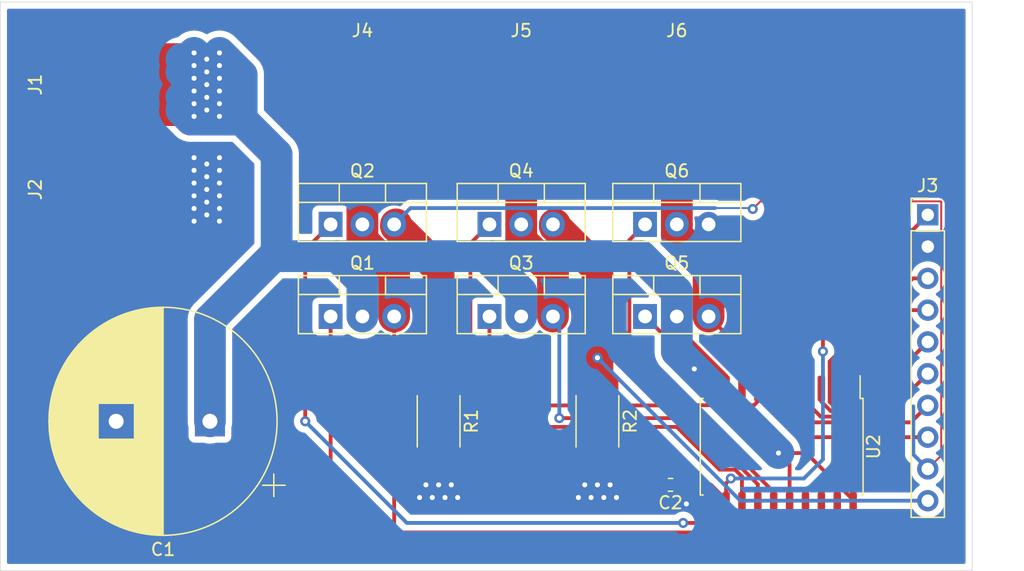
<source format=kicad_pcb>
(kicad_pcb (version 20171130) (host pcbnew 5.1.6)

  (general
    (thickness 1.6)
    (drawings 4)
    (tracks 229)
    (zones 0)
    (modules 17)
    (nets 21)
  )

  (page A4)
  (layers
    (0 F.Cu signal)
    (31 B.Cu signal)
    (32 B.Adhes user)
    (33 F.Adhes user)
    (34 B.Paste user)
    (35 F.Paste user)
    (36 B.SilkS user)
    (37 F.SilkS user)
    (38 B.Mask user)
    (39 F.Mask user)
    (40 Dwgs.User user)
    (41 Cmts.User user)
    (42 Eco1.User user)
    (43 Eco2.User user)
    (44 Edge.Cuts user)
    (45 Margin user)
    (46 B.CrtYd user)
    (47 F.CrtYd user)
    (48 B.Fab user)
    (49 F.Fab user)
  )

  (setup
    (last_trace_width 0.1524)
    (user_trace_width 0.1524)
    (user_trace_width 0.3048)
    (user_trace_width 0.762)
    (user_trace_width 2.54)
    (trace_clearance 0.1524)
    (zone_clearance 0.508)
    (zone_45_only no)
    (trace_min 0.1524)
    (via_size 0.8)
    (via_drill 0.4)
    (via_min_size 0.4)
    (via_min_drill 0.3)
    (uvia_size 0.3)
    (uvia_drill 0.1)
    (uvias_allowed no)
    (uvia_min_size 0.2)
    (uvia_min_drill 0.1)
    (edge_width 0.05)
    (segment_width 0.2)
    (pcb_text_width 0.3)
    (pcb_text_size 1.5 1.5)
    (mod_edge_width 0.12)
    (mod_text_size 1 1)
    (mod_text_width 0.15)
    (pad_size 1.524 1.524)
    (pad_drill 0.762)
    (pad_to_mask_clearance 0.05)
    (aux_axis_origin 0 0)
    (visible_elements FFFFFF7F)
    (pcbplotparams
      (layerselection 0x010fc_ffffffff)
      (usegerberextensions false)
      (usegerberattributes true)
      (usegerberadvancedattributes true)
      (creategerberjobfile true)
      (excludeedgelayer true)
      (linewidth 0.100000)
      (plotframeref false)
      (viasonmask false)
      (mode 1)
      (useauxorigin false)
      (hpglpennumber 1)
      (hpglpenspeed 20)
      (hpglpendiameter 15.000000)
      (psnegative false)
      (psa4output false)
      (plotreference true)
      (plotvalue true)
      (plotinvisibletext false)
      (padsonsilk false)
      (subtractmaskfromsilk false)
      (outputformat 1)
      (mirror false)
      (drillshape 0)
      (scaleselection 1)
      (outputdirectory "gerbers/"))
  )

  (net 0 "")
  (net 1 +BATT)
  (net 2 GND)
  (net 3 +3V3)
  (net 4 /CL_PWM)
  (net 5 /CH_PWM)
  (net 6 /BL_PWM)
  (net 7 /BH_PWM)
  (net 8 /AL_PWM)
  (net 9 /AH_PWM)
  (net 10 /A)
  (net 11 /B)
  (net 12 /C)
  (net 13 /A_HIGH)
  (net 14 /A_LOW)
  (net 15 /A_SHUNT)
  (net 16 /B_HIGH)
  (net 17 /B_LOW)
  (net 18 /B_SHUNT)
  (net 19 /C_HIGH)
  (net 20 /C_LOW)

  (net_class Default "This is the default net class."
    (clearance 0.1524)
    (trace_width 0.1524)
    (via_dia 0.8)
    (via_drill 0.4)
    (uvia_dia 0.3)
    (uvia_drill 0.1)
    (add_net +3V3)
    (add_net +BATT)
    (add_net /A)
    (add_net /AH_PWM)
    (add_net /AL_PWM)
    (add_net /A_HIGH)
    (add_net /A_LOW)
    (add_net /A_SHUNT)
    (add_net /B)
    (add_net /BH_PWM)
    (add_net /BL_PWM)
    (add_net /B_HIGH)
    (add_net /B_LOW)
    (add_net /B_SHUNT)
    (add_net /C)
    (add_net /CH_PWM)
    (add_net /CL_PWM)
    (add_net /C_HIGH)
    (add_net /C_LOW)
    (add_net GND)
  )

  (module Capacitor_THT:CP_Radial_D18.0mm_P7.50mm (layer F.Cu) (tedit 5AE50EF1) (tstamp 601262B1)
    (at 132.334 112.522 180)
    (descr "CP, Radial series, Radial, pin pitch=7.50mm, , diameter=18mm, Electrolytic Capacitor")
    (tags "CP Radial series Radial pin pitch 7.50mm  diameter 18mm Electrolytic Capacitor")
    (path /600419CA)
    (fp_text reference C1 (at 3.75 -10.25) (layer F.SilkS)
      (effects (font (size 1 1) (thickness 0.15)))
    )
    (fp_text value 68uF (at 3.75 10.25) (layer F.Fab)
      (effects (font (size 1 1) (thickness 0.15)))
    )
    (fp_circle (center 3.75 0) (end 12.75 0) (layer F.Fab) (width 0.1))
    (fp_circle (center 3.75 0) (end 12.87 0) (layer F.SilkS) (width 0.12))
    (fp_circle (center 3.75 0) (end 13 0) (layer F.CrtYd) (width 0.05))
    (fp_line (start -3.987271 -3.9475) (end -2.187271 -3.9475) (layer F.Fab) (width 0.1))
    (fp_line (start -3.087271 -4.8475) (end -3.087271 -3.0475) (layer F.Fab) (width 0.1))
    (fp_line (start 3.75 -9.081) (end 3.75 9.081) (layer F.SilkS) (width 0.12))
    (fp_line (start 3.79 -9.08) (end 3.79 9.08) (layer F.SilkS) (width 0.12))
    (fp_line (start 3.83 -9.08) (end 3.83 9.08) (layer F.SilkS) (width 0.12))
    (fp_line (start 3.87 -9.08) (end 3.87 9.08) (layer F.SilkS) (width 0.12))
    (fp_line (start 3.91 -9.079) (end 3.91 9.079) (layer F.SilkS) (width 0.12))
    (fp_line (start 3.95 -9.078) (end 3.95 9.078) (layer F.SilkS) (width 0.12))
    (fp_line (start 3.99 -9.077) (end 3.99 9.077) (layer F.SilkS) (width 0.12))
    (fp_line (start 4.03 -9.076) (end 4.03 9.076) (layer F.SilkS) (width 0.12))
    (fp_line (start 4.07 -9.075) (end 4.07 9.075) (layer F.SilkS) (width 0.12))
    (fp_line (start 4.11 -9.073) (end 4.11 9.073) (layer F.SilkS) (width 0.12))
    (fp_line (start 4.15 -9.072) (end 4.15 9.072) (layer F.SilkS) (width 0.12))
    (fp_line (start 4.19 -9.07) (end 4.19 9.07) (layer F.SilkS) (width 0.12))
    (fp_line (start 4.23 -9.068) (end 4.23 9.068) (layer F.SilkS) (width 0.12))
    (fp_line (start 4.27 -9.066) (end 4.27 9.066) (layer F.SilkS) (width 0.12))
    (fp_line (start 4.31 -9.063) (end 4.31 9.063) (layer F.SilkS) (width 0.12))
    (fp_line (start 4.35 -9.061) (end 4.35 9.061) (layer F.SilkS) (width 0.12))
    (fp_line (start 4.39 -9.058) (end 4.39 9.058) (layer F.SilkS) (width 0.12))
    (fp_line (start 4.43 -9.055) (end 4.43 9.055) (layer F.SilkS) (width 0.12))
    (fp_line (start 4.471 -9.052) (end 4.471 9.052) (layer F.SilkS) (width 0.12))
    (fp_line (start 4.511 -9.049) (end 4.511 9.049) (layer F.SilkS) (width 0.12))
    (fp_line (start 4.551 -9.045) (end 4.551 9.045) (layer F.SilkS) (width 0.12))
    (fp_line (start 4.591 -9.042) (end 4.591 9.042) (layer F.SilkS) (width 0.12))
    (fp_line (start 4.631 -9.038) (end 4.631 9.038) (layer F.SilkS) (width 0.12))
    (fp_line (start 4.671 -9.034) (end 4.671 9.034) (layer F.SilkS) (width 0.12))
    (fp_line (start 4.711 -9.03) (end 4.711 9.03) (layer F.SilkS) (width 0.12))
    (fp_line (start 4.751 -9.026) (end 4.751 9.026) (layer F.SilkS) (width 0.12))
    (fp_line (start 4.791 -9.021) (end 4.791 9.021) (layer F.SilkS) (width 0.12))
    (fp_line (start 4.831 -9.016) (end 4.831 9.016) (layer F.SilkS) (width 0.12))
    (fp_line (start 4.871 -9.011) (end 4.871 9.011) (layer F.SilkS) (width 0.12))
    (fp_line (start 4.911 -9.006) (end 4.911 9.006) (layer F.SilkS) (width 0.12))
    (fp_line (start 4.951 -9.001) (end 4.951 9.001) (layer F.SilkS) (width 0.12))
    (fp_line (start 4.991 -8.996) (end 4.991 8.996) (layer F.SilkS) (width 0.12))
    (fp_line (start 5.031 -8.99) (end 5.031 8.99) (layer F.SilkS) (width 0.12))
    (fp_line (start 5.071 -8.984) (end 5.071 8.984) (layer F.SilkS) (width 0.12))
    (fp_line (start 5.111 -8.979) (end 5.111 8.979) (layer F.SilkS) (width 0.12))
    (fp_line (start 5.151 -8.972) (end 5.151 8.972) (layer F.SilkS) (width 0.12))
    (fp_line (start 5.191 -8.966) (end 5.191 8.966) (layer F.SilkS) (width 0.12))
    (fp_line (start 5.231 -8.96) (end 5.231 8.96) (layer F.SilkS) (width 0.12))
    (fp_line (start 5.271 -8.953) (end 5.271 8.953) (layer F.SilkS) (width 0.12))
    (fp_line (start 5.311 -8.946) (end 5.311 8.946) (layer F.SilkS) (width 0.12))
    (fp_line (start 5.351 -8.939) (end 5.351 8.939) (layer F.SilkS) (width 0.12))
    (fp_line (start 5.391 -8.932) (end 5.391 8.932) (layer F.SilkS) (width 0.12))
    (fp_line (start 5.431 -8.924) (end 5.431 8.924) (layer F.SilkS) (width 0.12))
    (fp_line (start 5.471 -8.917) (end 5.471 8.917) (layer F.SilkS) (width 0.12))
    (fp_line (start 5.511 -8.909) (end 5.511 8.909) (layer F.SilkS) (width 0.12))
    (fp_line (start 5.551 -8.901) (end 5.551 8.901) (layer F.SilkS) (width 0.12))
    (fp_line (start 5.591 -8.893) (end 5.591 8.893) (layer F.SilkS) (width 0.12))
    (fp_line (start 5.631 -8.885) (end 5.631 8.885) (layer F.SilkS) (width 0.12))
    (fp_line (start 5.671 -8.876) (end 5.671 8.876) (layer F.SilkS) (width 0.12))
    (fp_line (start 5.711 -8.867) (end 5.711 8.867) (layer F.SilkS) (width 0.12))
    (fp_line (start 5.751 -8.858) (end 5.751 8.858) (layer F.SilkS) (width 0.12))
    (fp_line (start 5.791 -8.849) (end 5.791 8.849) (layer F.SilkS) (width 0.12))
    (fp_line (start 5.831 -8.84) (end 5.831 8.84) (layer F.SilkS) (width 0.12))
    (fp_line (start 5.871 -8.831) (end 5.871 8.831) (layer F.SilkS) (width 0.12))
    (fp_line (start 5.911 -8.821) (end 5.911 8.821) (layer F.SilkS) (width 0.12))
    (fp_line (start 5.951 -8.811) (end 5.951 8.811) (layer F.SilkS) (width 0.12))
    (fp_line (start 5.991 -8.801) (end 5.991 8.801) (layer F.SilkS) (width 0.12))
    (fp_line (start 6.031 -8.791) (end 6.031 8.791) (layer F.SilkS) (width 0.12))
    (fp_line (start 6.071 -8.78) (end 6.071 -1.44) (layer F.SilkS) (width 0.12))
    (fp_line (start 6.071 1.44) (end 6.071 8.78) (layer F.SilkS) (width 0.12))
    (fp_line (start 6.111 -8.77) (end 6.111 -1.44) (layer F.SilkS) (width 0.12))
    (fp_line (start 6.111 1.44) (end 6.111 8.77) (layer F.SilkS) (width 0.12))
    (fp_line (start 6.151 -8.759) (end 6.151 -1.44) (layer F.SilkS) (width 0.12))
    (fp_line (start 6.151 1.44) (end 6.151 8.759) (layer F.SilkS) (width 0.12))
    (fp_line (start 6.191 -8.748) (end 6.191 -1.44) (layer F.SilkS) (width 0.12))
    (fp_line (start 6.191 1.44) (end 6.191 8.748) (layer F.SilkS) (width 0.12))
    (fp_line (start 6.231 -8.737) (end 6.231 -1.44) (layer F.SilkS) (width 0.12))
    (fp_line (start 6.231 1.44) (end 6.231 8.737) (layer F.SilkS) (width 0.12))
    (fp_line (start 6.271 -8.725) (end 6.271 -1.44) (layer F.SilkS) (width 0.12))
    (fp_line (start 6.271 1.44) (end 6.271 8.725) (layer F.SilkS) (width 0.12))
    (fp_line (start 6.311 -8.714) (end 6.311 -1.44) (layer F.SilkS) (width 0.12))
    (fp_line (start 6.311 1.44) (end 6.311 8.714) (layer F.SilkS) (width 0.12))
    (fp_line (start 6.351 -8.702) (end 6.351 -1.44) (layer F.SilkS) (width 0.12))
    (fp_line (start 6.351 1.44) (end 6.351 8.702) (layer F.SilkS) (width 0.12))
    (fp_line (start 6.391 -8.69) (end 6.391 -1.44) (layer F.SilkS) (width 0.12))
    (fp_line (start 6.391 1.44) (end 6.391 8.69) (layer F.SilkS) (width 0.12))
    (fp_line (start 6.431 -8.678) (end 6.431 -1.44) (layer F.SilkS) (width 0.12))
    (fp_line (start 6.431 1.44) (end 6.431 8.678) (layer F.SilkS) (width 0.12))
    (fp_line (start 6.471 -8.665) (end 6.471 -1.44) (layer F.SilkS) (width 0.12))
    (fp_line (start 6.471 1.44) (end 6.471 8.665) (layer F.SilkS) (width 0.12))
    (fp_line (start 6.511 -8.653) (end 6.511 -1.44) (layer F.SilkS) (width 0.12))
    (fp_line (start 6.511 1.44) (end 6.511 8.653) (layer F.SilkS) (width 0.12))
    (fp_line (start 6.551 -8.64) (end 6.551 -1.44) (layer F.SilkS) (width 0.12))
    (fp_line (start 6.551 1.44) (end 6.551 8.64) (layer F.SilkS) (width 0.12))
    (fp_line (start 6.591 -8.627) (end 6.591 -1.44) (layer F.SilkS) (width 0.12))
    (fp_line (start 6.591 1.44) (end 6.591 8.627) (layer F.SilkS) (width 0.12))
    (fp_line (start 6.631 -8.614) (end 6.631 -1.44) (layer F.SilkS) (width 0.12))
    (fp_line (start 6.631 1.44) (end 6.631 8.614) (layer F.SilkS) (width 0.12))
    (fp_line (start 6.671 -8.6) (end 6.671 -1.44) (layer F.SilkS) (width 0.12))
    (fp_line (start 6.671 1.44) (end 6.671 8.6) (layer F.SilkS) (width 0.12))
    (fp_line (start 6.711 -8.587) (end 6.711 -1.44) (layer F.SilkS) (width 0.12))
    (fp_line (start 6.711 1.44) (end 6.711 8.587) (layer F.SilkS) (width 0.12))
    (fp_line (start 6.751 -8.573) (end 6.751 -1.44) (layer F.SilkS) (width 0.12))
    (fp_line (start 6.751 1.44) (end 6.751 8.573) (layer F.SilkS) (width 0.12))
    (fp_line (start 6.791 -8.559) (end 6.791 -1.44) (layer F.SilkS) (width 0.12))
    (fp_line (start 6.791 1.44) (end 6.791 8.559) (layer F.SilkS) (width 0.12))
    (fp_line (start 6.831 -8.545) (end 6.831 -1.44) (layer F.SilkS) (width 0.12))
    (fp_line (start 6.831 1.44) (end 6.831 8.545) (layer F.SilkS) (width 0.12))
    (fp_line (start 6.871 -8.53) (end 6.871 -1.44) (layer F.SilkS) (width 0.12))
    (fp_line (start 6.871 1.44) (end 6.871 8.53) (layer F.SilkS) (width 0.12))
    (fp_line (start 6.911 -8.516) (end 6.911 -1.44) (layer F.SilkS) (width 0.12))
    (fp_line (start 6.911 1.44) (end 6.911 8.516) (layer F.SilkS) (width 0.12))
    (fp_line (start 6.951 -8.501) (end 6.951 -1.44) (layer F.SilkS) (width 0.12))
    (fp_line (start 6.951 1.44) (end 6.951 8.501) (layer F.SilkS) (width 0.12))
    (fp_line (start 6.991 -8.486) (end 6.991 -1.44) (layer F.SilkS) (width 0.12))
    (fp_line (start 6.991 1.44) (end 6.991 8.486) (layer F.SilkS) (width 0.12))
    (fp_line (start 7.031 -8.47) (end 7.031 -1.44) (layer F.SilkS) (width 0.12))
    (fp_line (start 7.031 1.44) (end 7.031 8.47) (layer F.SilkS) (width 0.12))
    (fp_line (start 7.071 -8.455) (end 7.071 -1.44) (layer F.SilkS) (width 0.12))
    (fp_line (start 7.071 1.44) (end 7.071 8.455) (layer F.SilkS) (width 0.12))
    (fp_line (start 7.111 -8.439) (end 7.111 -1.44) (layer F.SilkS) (width 0.12))
    (fp_line (start 7.111 1.44) (end 7.111 8.439) (layer F.SilkS) (width 0.12))
    (fp_line (start 7.151 -8.423) (end 7.151 -1.44) (layer F.SilkS) (width 0.12))
    (fp_line (start 7.151 1.44) (end 7.151 8.423) (layer F.SilkS) (width 0.12))
    (fp_line (start 7.191 -8.407) (end 7.191 -1.44) (layer F.SilkS) (width 0.12))
    (fp_line (start 7.191 1.44) (end 7.191 8.407) (layer F.SilkS) (width 0.12))
    (fp_line (start 7.231 -8.39) (end 7.231 -1.44) (layer F.SilkS) (width 0.12))
    (fp_line (start 7.231 1.44) (end 7.231 8.39) (layer F.SilkS) (width 0.12))
    (fp_line (start 7.271 -8.374) (end 7.271 -1.44) (layer F.SilkS) (width 0.12))
    (fp_line (start 7.271 1.44) (end 7.271 8.374) (layer F.SilkS) (width 0.12))
    (fp_line (start 7.311 -8.357) (end 7.311 -1.44) (layer F.SilkS) (width 0.12))
    (fp_line (start 7.311 1.44) (end 7.311 8.357) (layer F.SilkS) (width 0.12))
    (fp_line (start 7.351 -8.34) (end 7.351 -1.44) (layer F.SilkS) (width 0.12))
    (fp_line (start 7.351 1.44) (end 7.351 8.34) (layer F.SilkS) (width 0.12))
    (fp_line (start 7.391 -8.323) (end 7.391 -1.44) (layer F.SilkS) (width 0.12))
    (fp_line (start 7.391 1.44) (end 7.391 8.323) (layer F.SilkS) (width 0.12))
    (fp_line (start 7.431 -8.305) (end 7.431 -1.44) (layer F.SilkS) (width 0.12))
    (fp_line (start 7.431 1.44) (end 7.431 8.305) (layer F.SilkS) (width 0.12))
    (fp_line (start 7.471 -8.287) (end 7.471 -1.44) (layer F.SilkS) (width 0.12))
    (fp_line (start 7.471 1.44) (end 7.471 8.287) (layer F.SilkS) (width 0.12))
    (fp_line (start 7.511 -8.269) (end 7.511 -1.44) (layer F.SilkS) (width 0.12))
    (fp_line (start 7.511 1.44) (end 7.511 8.269) (layer F.SilkS) (width 0.12))
    (fp_line (start 7.551 -8.251) (end 7.551 -1.44) (layer F.SilkS) (width 0.12))
    (fp_line (start 7.551 1.44) (end 7.551 8.251) (layer F.SilkS) (width 0.12))
    (fp_line (start 7.591 -8.233) (end 7.591 -1.44) (layer F.SilkS) (width 0.12))
    (fp_line (start 7.591 1.44) (end 7.591 8.233) (layer F.SilkS) (width 0.12))
    (fp_line (start 7.631 -8.214) (end 7.631 -1.44) (layer F.SilkS) (width 0.12))
    (fp_line (start 7.631 1.44) (end 7.631 8.214) (layer F.SilkS) (width 0.12))
    (fp_line (start 7.671 -8.195) (end 7.671 -1.44) (layer F.SilkS) (width 0.12))
    (fp_line (start 7.671 1.44) (end 7.671 8.195) (layer F.SilkS) (width 0.12))
    (fp_line (start 7.711 -8.176) (end 7.711 -1.44) (layer F.SilkS) (width 0.12))
    (fp_line (start 7.711 1.44) (end 7.711 8.176) (layer F.SilkS) (width 0.12))
    (fp_line (start 7.751 -8.156) (end 7.751 -1.44) (layer F.SilkS) (width 0.12))
    (fp_line (start 7.751 1.44) (end 7.751 8.156) (layer F.SilkS) (width 0.12))
    (fp_line (start 7.791 -8.137) (end 7.791 -1.44) (layer F.SilkS) (width 0.12))
    (fp_line (start 7.791 1.44) (end 7.791 8.137) (layer F.SilkS) (width 0.12))
    (fp_line (start 7.831 -8.117) (end 7.831 -1.44) (layer F.SilkS) (width 0.12))
    (fp_line (start 7.831 1.44) (end 7.831 8.117) (layer F.SilkS) (width 0.12))
    (fp_line (start 7.871 -8.097) (end 7.871 -1.44) (layer F.SilkS) (width 0.12))
    (fp_line (start 7.871 1.44) (end 7.871 8.097) (layer F.SilkS) (width 0.12))
    (fp_line (start 7.911 -8.076) (end 7.911 -1.44) (layer F.SilkS) (width 0.12))
    (fp_line (start 7.911 1.44) (end 7.911 8.076) (layer F.SilkS) (width 0.12))
    (fp_line (start 7.951 -8.056) (end 7.951 -1.44) (layer F.SilkS) (width 0.12))
    (fp_line (start 7.951 1.44) (end 7.951 8.056) (layer F.SilkS) (width 0.12))
    (fp_line (start 7.991 -8.035) (end 7.991 -1.44) (layer F.SilkS) (width 0.12))
    (fp_line (start 7.991 1.44) (end 7.991 8.035) (layer F.SilkS) (width 0.12))
    (fp_line (start 8.031 -8.014) (end 8.031 -1.44) (layer F.SilkS) (width 0.12))
    (fp_line (start 8.031 1.44) (end 8.031 8.014) (layer F.SilkS) (width 0.12))
    (fp_line (start 8.071 -7.992) (end 8.071 -1.44) (layer F.SilkS) (width 0.12))
    (fp_line (start 8.071 1.44) (end 8.071 7.992) (layer F.SilkS) (width 0.12))
    (fp_line (start 8.111 -7.971) (end 8.111 -1.44) (layer F.SilkS) (width 0.12))
    (fp_line (start 8.111 1.44) (end 8.111 7.971) (layer F.SilkS) (width 0.12))
    (fp_line (start 8.151 -7.949) (end 8.151 -1.44) (layer F.SilkS) (width 0.12))
    (fp_line (start 8.151 1.44) (end 8.151 7.949) (layer F.SilkS) (width 0.12))
    (fp_line (start 8.191 -7.927) (end 8.191 -1.44) (layer F.SilkS) (width 0.12))
    (fp_line (start 8.191 1.44) (end 8.191 7.927) (layer F.SilkS) (width 0.12))
    (fp_line (start 8.231 -7.904) (end 8.231 -1.44) (layer F.SilkS) (width 0.12))
    (fp_line (start 8.231 1.44) (end 8.231 7.904) (layer F.SilkS) (width 0.12))
    (fp_line (start 8.271 -7.882) (end 8.271 -1.44) (layer F.SilkS) (width 0.12))
    (fp_line (start 8.271 1.44) (end 8.271 7.882) (layer F.SilkS) (width 0.12))
    (fp_line (start 8.311 -7.859) (end 8.311 -1.44) (layer F.SilkS) (width 0.12))
    (fp_line (start 8.311 1.44) (end 8.311 7.859) (layer F.SilkS) (width 0.12))
    (fp_line (start 8.351 -7.835) (end 8.351 -1.44) (layer F.SilkS) (width 0.12))
    (fp_line (start 8.351 1.44) (end 8.351 7.835) (layer F.SilkS) (width 0.12))
    (fp_line (start 8.391 -7.812) (end 8.391 -1.44) (layer F.SilkS) (width 0.12))
    (fp_line (start 8.391 1.44) (end 8.391 7.812) (layer F.SilkS) (width 0.12))
    (fp_line (start 8.431 -7.788) (end 8.431 -1.44) (layer F.SilkS) (width 0.12))
    (fp_line (start 8.431 1.44) (end 8.431 7.788) (layer F.SilkS) (width 0.12))
    (fp_line (start 8.471 -7.764) (end 8.471 -1.44) (layer F.SilkS) (width 0.12))
    (fp_line (start 8.471 1.44) (end 8.471 7.764) (layer F.SilkS) (width 0.12))
    (fp_line (start 8.511 -7.74) (end 8.511 -1.44) (layer F.SilkS) (width 0.12))
    (fp_line (start 8.511 1.44) (end 8.511 7.74) (layer F.SilkS) (width 0.12))
    (fp_line (start 8.551 -7.715) (end 8.551 -1.44) (layer F.SilkS) (width 0.12))
    (fp_line (start 8.551 1.44) (end 8.551 7.715) (layer F.SilkS) (width 0.12))
    (fp_line (start 8.591 -7.69) (end 8.591 -1.44) (layer F.SilkS) (width 0.12))
    (fp_line (start 8.591 1.44) (end 8.591 7.69) (layer F.SilkS) (width 0.12))
    (fp_line (start 8.631 -7.665) (end 8.631 -1.44) (layer F.SilkS) (width 0.12))
    (fp_line (start 8.631 1.44) (end 8.631 7.665) (layer F.SilkS) (width 0.12))
    (fp_line (start 8.671 -7.64) (end 8.671 -1.44) (layer F.SilkS) (width 0.12))
    (fp_line (start 8.671 1.44) (end 8.671 7.64) (layer F.SilkS) (width 0.12))
    (fp_line (start 8.711 -7.614) (end 8.711 -1.44) (layer F.SilkS) (width 0.12))
    (fp_line (start 8.711 1.44) (end 8.711 7.614) (layer F.SilkS) (width 0.12))
    (fp_line (start 8.751 -7.588) (end 8.751 -1.44) (layer F.SilkS) (width 0.12))
    (fp_line (start 8.751 1.44) (end 8.751 7.588) (layer F.SilkS) (width 0.12))
    (fp_line (start 8.791 -7.561) (end 8.791 -1.44) (layer F.SilkS) (width 0.12))
    (fp_line (start 8.791 1.44) (end 8.791 7.561) (layer F.SilkS) (width 0.12))
    (fp_line (start 8.831 -7.535) (end 8.831 -1.44) (layer F.SilkS) (width 0.12))
    (fp_line (start 8.831 1.44) (end 8.831 7.535) (layer F.SilkS) (width 0.12))
    (fp_line (start 8.871 -7.508) (end 8.871 -1.44) (layer F.SilkS) (width 0.12))
    (fp_line (start 8.871 1.44) (end 8.871 7.508) (layer F.SilkS) (width 0.12))
    (fp_line (start 8.911 -7.48) (end 8.911 -1.44) (layer F.SilkS) (width 0.12))
    (fp_line (start 8.911 1.44) (end 8.911 7.48) (layer F.SilkS) (width 0.12))
    (fp_line (start 8.951 -7.453) (end 8.951 7.453) (layer F.SilkS) (width 0.12))
    (fp_line (start 8.991 -7.425) (end 8.991 7.425) (layer F.SilkS) (width 0.12))
    (fp_line (start 9.031 -7.397) (end 9.031 7.397) (layer F.SilkS) (width 0.12))
    (fp_line (start 9.071 -7.368) (end 9.071 7.368) (layer F.SilkS) (width 0.12))
    (fp_line (start 9.111 -7.339) (end 9.111 7.339) (layer F.SilkS) (width 0.12))
    (fp_line (start 9.151 -7.31) (end 9.151 7.31) (layer F.SilkS) (width 0.12))
    (fp_line (start 9.191 -7.28) (end 9.191 7.28) (layer F.SilkS) (width 0.12))
    (fp_line (start 9.231 -7.25) (end 9.231 7.25) (layer F.SilkS) (width 0.12))
    (fp_line (start 9.271 -7.22) (end 9.271 7.22) (layer F.SilkS) (width 0.12))
    (fp_line (start 9.311 -7.19) (end 9.311 7.19) (layer F.SilkS) (width 0.12))
    (fp_line (start 9.351 -7.159) (end 9.351 7.159) (layer F.SilkS) (width 0.12))
    (fp_line (start 9.391 -7.127) (end 9.391 7.127) (layer F.SilkS) (width 0.12))
    (fp_line (start 9.431 -7.096) (end 9.431 7.096) (layer F.SilkS) (width 0.12))
    (fp_line (start 9.471 -7.064) (end 9.471 7.064) (layer F.SilkS) (width 0.12))
    (fp_line (start 9.511 -7.031) (end 9.511 7.031) (layer F.SilkS) (width 0.12))
    (fp_line (start 9.551 -6.999) (end 9.551 6.999) (layer F.SilkS) (width 0.12))
    (fp_line (start 9.591 -6.965) (end 9.591 6.965) (layer F.SilkS) (width 0.12))
    (fp_line (start 9.631 -6.932) (end 9.631 6.932) (layer F.SilkS) (width 0.12))
    (fp_line (start 9.671 -6.898) (end 9.671 6.898) (layer F.SilkS) (width 0.12))
    (fp_line (start 9.711 -6.864) (end 9.711 6.864) (layer F.SilkS) (width 0.12))
    (fp_line (start 9.751 -6.829) (end 9.751 6.829) (layer F.SilkS) (width 0.12))
    (fp_line (start 9.791 -6.794) (end 9.791 6.794) (layer F.SilkS) (width 0.12))
    (fp_line (start 9.831 -6.758) (end 9.831 6.758) (layer F.SilkS) (width 0.12))
    (fp_line (start 9.871 -6.722) (end 9.871 6.722) (layer F.SilkS) (width 0.12))
    (fp_line (start 9.911 -6.686) (end 9.911 6.686) (layer F.SilkS) (width 0.12))
    (fp_line (start 9.951 -6.649) (end 9.951 6.649) (layer F.SilkS) (width 0.12))
    (fp_line (start 9.991 -6.612) (end 9.991 6.612) (layer F.SilkS) (width 0.12))
    (fp_line (start 10.031 -6.574) (end 10.031 6.574) (layer F.SilkS) (width 0.12))
    (fp_line (start 10.071 -6.536) (end 10.071 6.536) (layer F.SilkS) (width 0.12))
    (fp_line (start 10.111 -6.497) (end 10.111 6.497) (layer F.SilkS) (width 0.12))
    (fp_line (start 10.151 -6.458) (end 10.151 6.458) (layer F.SilkS) (width 0.12))
    (fp_line (start 10.191 -6.418) (end 10.191 6.418) (layer F.SilkS) (width 0.12))
    (fp_line (start 10.231 -6.378) (end 10.231 6.378) (layer F.SilkS) (width 0.12))
    (fp_line (start 10.271 -6.337) (end 10.271 6.337) (layer F.SilkS) (width 0.12))
    (fp_line (start 10.311 -6.296) (end 10.311 6.296) (layer F.SilkS) (width 0.12))
    (fp_line (start 10.351 -6.254) (end 10.351 6.254) (layer F.SilkS) (width 0.12))
    (fp_line (start 10.391 -6.212) (end 10.391 6.212) (layer F.SilkS) (width 0.12))
    (fp_line (start 10.431 -6.17) (end 10.431 6.17) (layer F.SilkS) (width 0.12))
    (fp_line (start 10.471 -6.126) (end 10.471 6.126) (layer F.SilkS) (width 0.12))
    (fp_line (start 10.511 -6.082) (end 10.511 6.082) (layer F.SilkS) (width 0.12))
    (fp_line (start 10.551 -6.038) (end 10.551 6.038) (layer F.SilkS) (width 0.12))
    (fp_line (start 10.591 -5.993) (end 10.591 5.993) (layer F.SilkS) (width 0.12))
    (fp_line (start 10.631 -5.947) (end 10.631 5.947) (layer F.SilkS) (width 0.12))
    (fp_line (start 10.671 -5.901) (end 10.671 5.901) (layer F.SilkS) (width 0.12))
    (fp_line (start 10.711 -5.854) (end 10.711 5.854) (layer F.SilkS) (width 0.12))
    (fp_line (start 10.751 -5.806) (end 10.751 5.806) (layer F.SilkS) (width 0.12))
    (fp_line (start 10.791 -5.758) (end 10.791 5.758) (layer F.SilkS) (width 0.12))
    (fp_line (start 10.831 -5.709) (end 10.831 5.709) (layer F.SilkS) (width 0.12))
    (fp_line (start 10.871 -5.66) (end 10.871 5.66) (layer F.SilkS) (width 0.12))
    (fp_line (start 10.911 -5.609) (end 10.911 5.609) (layer F.SilkS) (width 0.12))
    (fp_line (start 10.951 -5.558) (end 10.951 5.558) (layer F.SilkS) (width 0.12))
    (fp_line (start 10.991 -5.506) (end 10.991 5.506) (layer F.SilkS) (width 0.12))
    (fp_line (start 11.031 -5.454) (end 11.031 5.454) (layer F.SilkS) (width 0.12))
    (fp_line (start 11.071 -5.4) (end 11.071 5.4) (layer F.SilkS) (width 0.12))
    (fp_line (start 11.111 -5.346) (end 11.111 5.346) (layer F.SilkS) (width 0.12))
    (fp_line (start 11.151 -5.291) (end 11.151 5.291) (layer F.SilkS) (width 0.12))
    (fp_line (start 11.191 -5.235) (end 11.191 5.235) (layer F.SilkS) (width 0.12))
    (fp_line (start 11.231 -5.178) (end 11.231 5.178) (layer F.SilkS) (width 0.12))
    (fp_line (start 11.271 -5.12) (end 11.271 5.12) (layer F.SilkS) (width 0.12))
    (fp_line (start 11.311 -5.062) (end 11.311 5.062) (layer F.SilkS) (width 0.12))
    (fp_line (start 11.351 -5.002) (end 11.351 5.002) (layer F.SilkS) (width 0.12))
    (fp_line (start 11.391 -4.941) (end 11.391 4.941) (layer F.SilkS) (width 0.12))
    (fp_line (start 11.431 -4.879) (end 11.431 4.879) (layer F.SilkS) (width 0.12))
    (fp_line (start 11.471 -4.816) (end 11.471 4.816) (layer F.SilkS) (width 0.12))
    (fp_line (start 11.511 -4.752) (end 11.511 4.752) (layer F.SilkS) (width 0.12))
    (fp_line (start 11.551 -4.686) (end 11.551 4.686) (layer F.SilkS) (width 0.12))
    (fp_line (start 11.591 -4.62) (end 11.591 4.62) (layer F.SilkS) (width 0.12))
    (fp_line (start 11.631 -4.552) (end 11.631 4.552) (layer F.SilkS) (width 0.12))
    (fp_line (start 11.671 -4.482) (end 11.671 4.482) (layer F.SilkS) (width 0.12))
    (fp_line (start 11.711 -4.412) (end 11.711 4.412) (layer F.SilkS) (width 0.12))
    (fp_line (start 11.751 -4.339) (end 11.751 4.339) (layer F.SilkS) (width 0.12))
    (fp_line (start 11.791 -4.265) (end 11.791 4.265) (layer F.SilkS) (width 0.12))
    (fp_line (start 11.831 -4.19) (end 11.831 4.19) (layer F.SilkS) (width 0.12))
    (fp_line (start 11.871 -4.113) (end 11.871 4.113) (layer F.SilkS) (width 0.12))
    (fp_line (start 11.911 -4.033) (end 11.911 4.033) (layer F.SilkS) (width 0.12))
    (fp_line (start 11.95 -3.952) (end 11.95 3.952) (layer F.SilkS) (width 0.12))
    (fp_line (start 11.99 -3.869) (end 11.99 3.869) (layer F.SilkS) (width 0.12))
    (fp_line (start 12.03 -3.784) (end 12.03 3.784) (layer F.SilkS) (width 0.12))
    (fp_line (start 12.07 -3.696) (end 12.07 3.696) (layer F.SilkS) (width 0.12))
    (fp_line (start 12.11 -3.605) (end 12.11 3.605) (layer F.SilkS) (width 0.12))
    (fp_line (start 12.15 -3.512) (end 12.15 3.512) (layer F.SilkS) (width 0.12))
    (fp_line (start 12.19 -3.416) (end 12.19 3.416) (layer F.SilkS) (width 0.12))
    (fp_line (start 12.23 -3.317) (end 12.23 3.317) (layer F.SilkS) (width 0.12))
    (fp_line (start 12.27 -3.214) (end 12.27 3.214) (layer F.SilkS) (width 0.12))
    (fp_line (start 12.31 -3.107) (end 12.31 3.107) (layer F.SilkS) (width 0.12))
    (fp_line (start 12.35 -2.996) (end 12.35 2.996) (layer F.SilkS) (width 0.12))
    (fp_line (start 12.39 -2.88) (end 12.39 2.88) (layer F.SilkS) (width 0.12))
    (fp_line (start 12.43 -2.759) (end 12.43 2.759) (layer F.SilkS) (width 0.12))
    (fp_line (start 12.47 -2.632) (end 12.47 2.632) (layer F.SilkS) (width 0.12))
    (fp_line (start 12.51 -2.498) (end 12.51 2.498) (layer F.SilkS) (width 0.12))
    (fp_line (start 12.55 -2.355) (end 12.55 2.355) (layer F.SilkS) (width 0.12))
    (fp_line (start 12.59 -2.203) (end 12.59 2.203) (layer F.SilkS) (width 0.12))
    (fp_line (start 12.63 -2.039) (end 12.63 2.039) (layer F.SilkS) (width 0.12))
    (fp_line (start 12.67 -1.86) (end 12.67 1.86) (layer F.SilkS) (width 0.12))
    (fp_line (start 12.71 -1.661) (end 12.71 1.661) (layer F.SilkS) (width 0.12))
    (fp_line (start 12.75 -1.435) (end 12.75 1.435) (layer F.SilkS) (width 0.12))
    (fp_line (start 12.79 -1.166) (end 12.79 1.166) (layer F.SilkS) (width 0.12))
    (fp_line (start 12.83 -0.814) (end 12.83 0.814) (layer F.SilkS) (width 0.12))
    (fp_line (start 12.87 -0.04) (end 12.87 0.04) (layer F.SilkS) (width 0.12))
    (fp_line (start -6.00944 -5.115) (end -4.20944 -5.115) (layer F.SilkS) (width 0.12))
    (fp_line (start -5.10944 -6.015) (end -5.10944 -4.215) (layer F.SilkS) (width 0.12))
    (fp_text user %R (at 3.75 0) (layer F.Fab)
      (effects (font (size 1 1) (thickness 0.15)))
    )
    (pad 1 thru_hole rect (at 0 0 180) (size 2.4 2.4) (drill 1.2) (layers *.Cu *.Mask)
      (net 1 +BATT))
    (pad 2 thru_hole circle (at 7.5 0 180) (size 2.4 2.4) (drill 1.2) (layers *.Cu *.Mask)
      (net 2 GND))
    (model ${KISYS3DMOD}/Capacitor_THT.3dshapes/CP_Radial_D18.0mm_P7.50mm.wrl
      (at (xyz 0 0 0))
      (scale (xyz 1 1 1))
      (rotate (xyz 0 0 0))
    )
  )

  (module Capacitor_SMD:C_0603_1608Metric_Pad1.05x0.95mm_HandSolder (layer F.Cu) (tedit 5B301BBE) (tstamp 60125AD3)
    (at 169.164 117.602 180)
    (descr "Capacitor SMD 0603 (1608 Metric), square (rectangular) end terminal, IPC_7351 nominal with elongated pad for handsoldering. (Body size source: http://www.tortai-tech.com/upload/download/2011102023233369053.pdf), generated with kicad-footprint-generator")
    (tags "capacitor handsolder")
    (path /6016173F)
    (attr smd)
    (fp_text reference C2 (at 0 -1.43) (layer F.SilkS)
      (effects (font (size 1 1) (thickness 0.15)))
    )
    (fp_text value 4.7uF (at 0 1.43) (layer F.Fab)
      (effects (font (size 1 1) (thickness 0.15)))
    )
    (fp_line (start -0.8 0.4) (end -0.8 -0.4) (layer F.Fab) (width 0.1))
    (fp_line (start -0.8 -0.4) (end 0.8 -0.4) (layer F.Fab) (width 0.1))
    (fp_line (start 0.8 -0.4) (end 0.8 0.4) (layer F.Fab) (width 0.1))
    (fp_line (start 0.8 0.4) (end -0.8 0.4) (layer F.Fab) (width 0.1))
    (fp_line (start -0.171267 -0.51) (end 0.171267 -0.51) (layer F.SilkS) (width 0.12))
    (fp_line (start -0.171267 0.51) (end 0.171267 0.51) (layer F.SilkS) (width 0.12))
    (fp_line (start -1.65 0.73) (end -1.65 -0.73) (layer F.CrtYd) (width 0.05))
    (fp_line (start -1.65 -0.73) (end 1.65 -0.73) (layer F.CrtYd) (width 0.05))
    (fp_line (start 1.65 -0.73) (end 1.65 0.73) (layer F.CrtYd) (width 0.05))
    (fp_line (start 1.65 0.73) (end -1.65 0.73) (layer F.CrtYd) (width 0.05))
    (fp_text user %R (at 0 0) (layer F.Fab)
      (effects (font (size 0.4 0.4) (thickness 0.06)))
    )
    (pad 1 smd roundrect (at -0.875 0 180) (size 1.05 0.95) (layers F.Cu F.Paste F.Mask) (roundrect_rratio 0.25)
      (net 3 +3V3))
    (pad 2 smd roundrect (at 0.875 0 180) (size 1.05 0.95) (layers F.Cu F.Paste F.Mask) (roundrect_rratio 0.25)
      (net 2 GND))
    (model ${KISYS3DMOD}/Capacitor_SMD.3dshapes/C_0603_1608Metric.wrl
      (at (xyz 0 0 0))
      (scale (xyz 1 1 1))
      (rotate (xyz 0 0 0))
    )
  )

  (module Connector_Wire:SolderWirePad_1x01_SMD_5x10mm (layer F.Cu) (tedit 5640A485) (tstamp 60114D16)
    (at 122.174 85.598 90)
    (descr "Wire Pad, Square, SMD Pad,  5mm x 10mm,")
    (tags "MesurementPoint Square SMDPad 5mmx10mm ")
    (path /601C1C0D)
    (attr smd virtual)
    (fp_text reference J1 (at 0 -3.81 90) (layer F.SilkS)
      (effects (font (size 1 1) (thickness 0.15)))
    )
    (fp_text value Conn_01x01_Male (at 0 6.35 90) (layer F.Fab)
      (effects (font (size 1 1) (thickness 0.15)))
    )
    (fp_line (start -2.75 -5.25) (end -2.75 5.25) (layer F.CrtYd) (width 0.05))
    (fp_line (start -2.75 5.25) (end 2.75 5.25) (layer F.CrtYd) (width 0.05))
    (fp_line (start 2.75 5.25) (end 2.75 -5.25) (layer F.CrtYd) (width 0.05))
    (fp_line (start 2.75 -5.25) (end -2.75 -5.25) (layer F.CrtYd) (width 0.05))
    (fp_text user %R (at 0 0 90) (layer F.Fab)
      (effects (font (size 1 1) (thickness 0.15)))
    )
    (pad 1 smd rect (at 0 0 90) (size 5 10) (layers F.Cu F.Paste F.Mask)
      (net 1 +BATT))
  )

  (module Connector_Wire:SolderWirePad_1x01_SMD_5x10mm (layer F.Cu) (tedit 5640A485) (tstamp 60114D20)
    (at 122.174 93.98 90)
    (descr "Wire Pad, Square, SMD Pad,  5mm x 10mm,")
    (tags "MesurementPoint Square SMDPad 5mmx10mm ")
    (path /601C256A)
    (attr smd virtual)
    (fp_text reference J2 (at 0 -3.81 90) (layer F.SilkS)
      (effects (font (size 1 1) (thickness 0.15)))
    )
    (fp_text value Conn_01x01_Male (at 0 6.35 90) (layer F.Fab)
      (effects (font (size 1 1) (thickness 0.15)))
    )
    (fp_line (start 2.75 -5.25) (end -2.75 -5.25) (layer F.CrtYd) (width 0.05))
    (fp_line (start 2.75 5.25) (end 2.75 -5.25) (layer F.CrtYd) (width 0.05))
    (fp_line (start -2.75 5.25) (end 2.75 5.25) (layer F.CrtYd) (width 0.05))
    (fp_line (start -2.75 -5.25) (end -2.75 5.25) (layer F.CrtYd) (width 0.05))
    (fp_text user %R (at 0 0 90) (layer F.Fab)
      (effects (font (size 1 1) (thickness 0.15)))
    )
    (pad 1 smd rect (at 0 0 90) (size 5 10) (layers F.Cu F.Paste F.Mask)
      (net 2 GND))
  )

  (module Connector_Wire:SolderWirePad_1x01_SMD_5x10mm (layer F.Cu) (tedit 5640A485) (tstamp 60114D68)
    (at 144.526 85.09)
    (descr "Wire Pad, Square, SMD Pad,  5mm x 10mm,")
    (tags "MesurementPoint Square SMDPad 5mmx10mm ")
    (path /601C5586)
    (attr smd virtual)
    (fp_text reference J4 (at 0 -3.81) (layer F.SilkS)
      (effects (font (size 1 1) (thickness 0.15)))
    )
    (fp_text value Conn_01x01_Male (at 0 6.35) (layer F.Fab)
      (effects (font (size 1 1) (thickness 0.15)))
    )
    (fp_line (start 2.75 -5.25) (end -2.75 -5.25) (layer F.CrtYd) (width 0.05))
    (fp_line (start 2.75 5.25) (end 2.75 -5.25) (layer F.CrtYd) (width 0.05))
    (fp_line (start -2.75 5.25) (end 2.75 5.25) (layer F.CrtYd) (width 0.05))
    (fp_line (start -2.75 -5.25) (end -2.75 5.25) (layer F.CrtYd) (width 0.05))
    (fp_text user %R (at 0 0) (layer F.Fab)
      (effects (font (size 1 1) (thickness 0.15)))
    )
    (pad 1 smd rect (at 0 0) (size 5 10) (layers F.Cu F.Paste F.Mask)
      (net 10 /A))
  )

  (module Connector_Wire:SolderWirePad_1x01_SMD_5x10mm (layer F.Cu) (tedit 5640A485) (tstamp 60114D72)
    (at 157.226 85.09)
    (descr "Wire Pad, Square, SMD Pad,  5mm x 10mm,")
    (tags "MesurementPoint Square SMDPad 5mmx10mm ")
    (path /601C694A)
    (attr smd virtual)
    (fp_text reference J5 (at 0 -3.81) (layer F.SilkS)
      (effects (font (size 1 1) (thickness 0.15)))
    )
    (fp_text value Conn_01x01_Male (at 0 6.35) (layer F.Fab)
      (effects (font (size 1 1) (thickness 0.15)))
    )
    (fp_line (start -2.75 -5.25) (end -2.75 5.25) (layer F.CrtYd) (width 0.05))
    (fp_line (start -2.75 5.25) (end 2.75 5.25) (layer F.CrtYd) (width 0.05))
    (fp_line (start 2.75 5.25) (end 2.75 -5.25) (layer F.CrtYd) (width 0.05))
    (fp_line (start 2.75 -5.25) (end -2.75 -5.25) (layer F.CrtYd) (width 0.05))
    (fp_text user %R (at 0 0) (layer F.Fab)
      (effects (font (size 1 1) (thickness 0.15)))
    )
    (pad 1 smd rect (at 0 0) (size 5 10) (layers F.Cu F.Paste F.Mask)
      (net 11 /B))
  )

  (module Connector_Wire:SolderWirePad_1x01_SMD_5x10mm (layer F.Cu) (tedit 5640A485) (tstamp 60114D7C)
    (at 169.672 85.09)
    (descr "Wire Pad, Square, SMD Pad,  5mm x 10mm,")
    (tags "MesurementPoint Square SMDPad 5mmx10mm ")
    (path /601C7C82)
    (attr smd virtual)
    (fp_text reference J6 (at 0 -3.81) (layer F.SilkS)
      (effects (font (size 1 1) (thickness 0.15)))
    )
    (fp_text value Conn_01x01_Male (at 0 6.35) (layer F.Fab)
      (effects (font (size 1 1) (thickness 0.15)))
    )
    (fp_line (start 2.75 -5.25) (end -2.75 -5.25) (layer F.CrtYd) (width 0.05))
    (fp_line (start 2.75 5.25) (end 2.75 -5.25) (layer F.CrtYd) (width 0.05))
    (fp_line (start -2.75 5.25) (end 2.75 5.25) (layer F.CrtYd) (width 0.05))
    (fp_line (start -2.75 -5.25) (end -2.75 5.25) (layer F.CrtYd) (width 0.05))
    (fp_text user %R (at 0 0) (layer F.Fab)
      (effects (font (size 1 1) (thickness 0.15)))
    )
    (pad 1 smd rect (at 0 0) (size 5 10) (layers F.Cu F.Paste F.Mask)
      (net 12 /C))
  )

  (module Resistor_SMD:R_2512_6332Metric_Pad1.52x3.35mm_HandSolder (layer F.Cu) (tedit 5B301BBD) (tstamp 60114E6C)
    (at 150.622 112.522 270)
    (descr "Resistor SMD 2512 (6332 Metric), square (rectangular) end terminal, IPC_7351 nominal with elongated pad for handsoldering. (Body size source: http://www.tortai-tech.com/upload/download/2011102023233369053.pdf), generated with kicad-footprint-generator")
    (tags "resistor handsolder")
    (path /600114AF)
    (attr smd)
    (fp_text reference R1 (at 0 -2.62 90) (layer F.SilkS)
      (effects (font (size 1 1) (thickness 0.15)))
    )
    (fp_text value 0.1R (at 0 2.62 90) (layer F.Fab)
      (effects (font (size 1 1) (thickness 0.15)))
    )
    (fp_line (start -3.15 1.6) (end -3.15 -1.6) (layer F.Fab) (width 0.1))
    (fp_line (start -3.15 -1.6) (end 3.15 -1.6) (layer F.Fab) (width 0.1))
    (fp_line (start 3.15 -1.6) (end 3.15 1.6) (layer F.Fab) (width 0.1))
    (fp_line (start 3.15 1.6) (end -3.15 1.6) (layer F.Fab) (width 0.1))
    (fp_line (start -2.052064 -1.71) (end 2.052064 -1.71) (layer F.SilkS) (width 0.12))
    (fp_line (start -2.052064 1.71) (end 2.052064 1.71) (layer F.SilkS) (width 0.12))
    (fp_line (start -4 1.92) (end -4 -1.92) (layer F.CrtYd) (width 0.05))
    (fp_line (start -4 -1.92) (end 4 -1.92) (layer F.CrtYd) (width 0.05))
    (fp_line (start 4 -1.92) (end 4 1.92) (layer F.CrtYd) (width 0.05))
    (fp_line (start 4 1.92) (end -4 1.92) (layer F.CrtYd) (width 0.05))
    (fp_text user %R (at 0 0 90) (layer F.Fab)
      (effects (font (size 1 1) (thickness 0.15)))
    )
    (pad 1 smd roundrect (at -2.9875 0 270) (size 1.525 3.35) (layers F.Cu F.Paste F.Mask) (roundrect_rratio 0.163934)
      (net 15 /A_SHUNT))
    (pad 2 smd roundrect (at 2.9875 0 270) (size 1.525 3.35) (layers F.Cu F.Paste F.Mask) (roundrect_rratio 0.163934)
      (net 2 GND))
    (model ${KISYS3DMOD}/Resistor_SMD.3dshapes/R_2512_6332Metric.wrl
      (at (xyz 0 0 0))
      (scale (xyz 1 1 1))
      (rotate (xyz 0 0 0))
    )
  )

  (module Resistor_SMD:R_2512_6332Metric_Pad1.52x3.35mm_HandSolder (layer F.Cu) (tedit 5B301BBD) (tstamp 60114E7D)
    (at 163.322 112.522 270)
    (descr "Resistor SMD 2512 (6332 Metric), square (rectangular) end terminal, IPC_7351 nominal with elongated pad for handsoldering. (Body size source: http://www.tortai-tech.com/upload/download/2011102023233369053.pdf), generated with kicad-footprint-generator")
    (tags "resistor handsolder")
    (path /6001388B)
    (attr smd)
    (fp_text reference R2 (at 0 -2.62 90) (layer F.SilkS)
      (effects (font (size 1 1) (thickness 0.15)))
    )
    (fp_text value 0.1R (at 0 2.62 90) (layer F.Fab)
      (effects (font (size 1 1) (thickness 0.15)))
    )
    (fp_line (start 4 1.92) (end -4 1.92) (layer F.CrtYd) (width 0.05))
    (fp_line (start 4 -1.92) (end 4 1.92) (layer F.CrtYd) (width 0.05))
    (fp_line (start -4 -1.92) (end 4 -1.92) (layer F.CrtYd) (width 0.05))
    (fp_line (start -4 1.92) (end -4 -1.92) (layer F.CrtYd) (width 0.05))
    (fp_line (start -2.052064 1.71) (end 2.052064 1.71) (layer F.SilkS) (width 0.12))
    (fp_line (start -2.052064 -1.71) (end 2.052064 -1.71) (layer F.SilkS) (width 0.12))
    (fp_line (start 3.15 1.6) (end -3.15 1.6) (layer F.Fab) (width 0.1))
    (fp_line (start 3.15 -1.6) (end 3.15 1.6) (layer F.Fab) (width 0.1))
    (fp_line (start -3.15 -1.6) (end 3.15 -1.6) (layer F.Fab) (width 0.1))
    (fp_line (start -3.15 1.6) (end -3.15 -1.6) (layer F.Fab) (width 0.1))
    (fp_text user %R (at 0 0 90) (layer F.Fab)
      (effects (font (size 1 1) (thickness 0.15)))
    )
    (pad 2 smd roundrect (at 2.9875 0 270) (size 1.525 3.35) (layers F.Cu F.Paste F.Mask) (roundrect_rratio 0.163934)
      (net 2 GND))
    (pad 1 smd roundrect (at -2.9875 0 270) (size 1.525 3.35) (layers F.Cu F.Paste F.Mask) (roundrect_rratio 0.163934)
      (net 18 /B_SHUNT))
    (model ${KISYS3DMOD}/Resistor_SMD.3dshapes/R_2512_6332Metric.wrl
      (at (xyz 0 0 0))
      (scale (xyz 1 1 1))
      (rotate (xyz 0 0 0))
    )
  )

  (module Package_SO:SOIC-20W_7.5x12.8mm_P1.27mm (layer F.Cu) (tedit 5D9F72B1) (tstamp 60114EE4)
    (at 178.054 114.554 270)
    (descr "SOIC, 20 Pin (JEDEC MS-013AC, https://www.analog.com/media/en/package-pcb-resources/package/233848rw_20.pdf), generated with kicad-footprint-generator ipc_gullwing_generator.py")
    (tags "SOIC SO")
    (path /60129119)
    (attr smd)
    (fp_text reference U2 (at 0 -7.35 90) (layer F.SilkS)
      (effects (font (size 1 1) (thickness 0.15)))
    )
    (fp_text value FAN7388 (at 0 7.35 90) (layer F.Fab)
      (effects (font (size 1 1) (thickness 0.15)))
    )
    (fp_line (start 0 6.51) (end 3.86 6.51) (layer F.SilkS) (width 0.12))
    (fp_line (start 3.86 6.51) (end 3.86 6.275) (layer F.SilkS) (width 0.12))
    (fp_line (start 0 6.51) (end -3.86 6.51) (layer F.SilkS) (width 0.12))
    (fp_line (start -3.86 6.51) (end -3.86 6.275) (layer F.SilkS) (width 0.12))
    (fp_line (start 0 -6.51) (end 3.86 -6.51) (layer F.SilkS) (width 0.12))
    (fp_line (start 3.86 -6.51) (end 3.86 -6.275) (layer F.SilkS) (width 0.12))
    (fp_line (start 0 -6.51) (end -3.86 -6.51) (layer F.SilkS) (width 0.12))
    (fp_line (start -3.86 -6.51) (end -3.86 -6.275) (layer F.SilkS) (width 0.12))
    (fp_line (start -3.86 -6.275) (end -5.675 -6.275) (layer F.SilkS) (width 0.12))
    (fp_line (start -2.75 -6.4) (end 3.75 -6.4) (layer F.Fab) (width 0.1))
    (fp_line (start 3.75 -6.4) (end 3.75 6.4) (layer F.Fab) (width 0.1))
    (fp_line (start 3.75 6.4) (end -3.75 6.4) (layer F.Fab) (width 0.1))
    (fp_line (start -3.75 6.4) (end -3.75 -5.4) (layer F.Fab) (width 0.1))
    (fp_line (start -3.75 -5.4) (end -2.75 -6.4) (layer F.Fab) (width 0.1))
    (fp_line (start -5.93 -6.65) (end -5.93 6.65) (layer F.CrtYd) (width 0.05))
    (fp_line (start -5.93 6.65) (end 5.93 6.65) (layer F.CrtYd) (width 0.05))
    (fp_line (start 5.93 6.65) (end 5.93 -6.65) (layer F.CrtYd) (width 0.05))
    (fp_line (start 5.93 -6.65) (end -5.93 -6.65) (layer F.CrtYd) (width 0.05))
    (fp_text user %R (at 0 0 90) (layer F.Fab)
      (effects (font (size 1 1) (thickness 0.15)))
    )
    (pad 1 smd roundrect (at -4.65 -5.715 270) (size 2.05 0.6) (layers F.Cu F.Paste F.Mask) (roundrect_rratio 0.25)
      (net 9 /AH_PWM))
    (pad 2 smd roundrect (at -4.65 -4.445 270) (size 2.05 0.6) (layers F.Cu F.Paste F.Mask) (roundrect_rratio 0.25)
      (net 8 /AL_PWM))
    (pad 3 smd roundrect (at -4.65 -3.175 270) (size 2.05 0.6) (layers F.Cu F.Paste F.Mask) (roundrect_rratio 0.25)
      (net 7 /BH_PWM))
    (pad 4 smd roundrect (at -4.65 -1.905 270) (size 2.05 0.6) (layers F.Cu F.Paste F.Mask) (roundrect_rratio 0.25)
      (net 6 /BL_PWM))
    (pad 5 smd roundrect (at -4.65 -0.635 270) (size 2.05 0.6) (layers F.Cu F.Paste F.Mask) (roundrect_rratio 0.25)
      (net 5 /CH_PWM))
    (pad 6 smd roundrect (at -4.65 0.635 270) (size 2.05 0.6) (layers F.Cu F.Paste F.Mask) (roundrect_rratio 0.25)
      (net 4 /CL_PWM))
    (pad 7 smd roundrect (at -4.65 1.905 270) (size 2.05 0.6) (layers F.Cu F.Paste F.Mask) (roundrect_rratio 0.25)
      (net 20 /C_LOW))
    (pad 8 smd roundrect (at -4.65 3.175 270) (size 2.05 0.6) (layers F.Cu F.Paste F.Mask) (roundrect_rratio 0.25)
      (net 12 /C))
    (pad 9 smd roundrect (at -4.65 4.445 270) (size 2.05 0.6) (layers F.Cu F.Paste F.Mask) (roundrect_rratio 0.25)
      (net 19 /C_HIGH))
    (pad 10 smd roundrect (at -4.65 5.715 270) (size 2.05 0.6) (layers F.Cu F.Paste F.Mask) (roundrect_rratio 0.25)
      (net 1 +BATT))
    (pad 11 smd roundrect (at 4.65 5.715 270) (size 2.05 0.6) (layers F.Cu F.Paste F.Mask) (roundrect_rratio 0.25)
      (net 2 GND))
    (pad 12 smd roundrect (at 4.65 4.445 270) (size 2.05 0.6) (layers F.Cu F.Paste F.Mask) (roundrect_rratio 0.25)
      (net 3 +3V3))
    (pad 13 smd roundrect (at 4.65 3.175 270) (size 2.05 0.6) (layers F.Cu F.Paste F.Mask) (roundrect_rratio 0.25)
      (net 17 /B_LOW))
    (pad 14 smd roundrect (at 4.65 1.905 270) (size 2.05 0.6) (layers F.Cu F.Paste F.Mask) (roundrect_rratio 0.25)
      (net 11 /B))
    (pad 15 smd roundrect (at 4.65 0.635 270) (size 2.05 0.6) (layers F.Cu F.Paste F.Mask) (roundrect_rratio 0.25)
      (net 16 /B_HIGH))
    (pad 16 smd roundrect (at 4.65 -0.635 270) (size 2.05 0.6) (layers F.Cu F.Paste F.Mask) (roundrect_rratio 0.25)
      (net 1 +BATT))
    (pad 17 smd roundrect (at 4.65 -1.905 270) (size 2.05 0.6) (layers F.Cu F.Paste F.Mask) (roundrect_rratio 0.25)
      (net 14 /A_LOW))
    (pad 18 smd roundrect (at 4.65 -3.175 270) (size 2.05 0.6) (layers F.Cu F.Paste F.Mask) (roundrect_rratio 0.25)
      (net 10 /A))
    (pad 19 smd roundrect (at 4.65 -4.445 270) (size 2.05 0.6) (layers F.Cu F.Paste F.Mask) (roundrect_rratio 0.25)
      (net 13 /A_HIGH))
    (pad 20 smd roundrect (at 4.65 -5.715 270) (size 2.05 0.6) (layers F.Cu F.Paste F.Mask) (roundrect_rratio 0.25)
      (net 1 +BATT))
    (model ${KISYS3DMOD}/Package_SO.3dshapes/SOIC-20W_7.5x12.8mm_P1.27mm.wrl
      (at (xyz 0 0 0))
      (scale (xyz 1 1 1))
      (rotate (xyz 0 0 0))
    )
  )

  (module Connector_PinHeader_2.54mm:PinHeader_1x10_P2.54mm_Vertical (layer F.Cu) (tedit 59FED5CC) (tstamp 6011F29D)
    (at 189.738 96.012)
    (descr "Through hole straight pin header, 1x10, 2.54mm pitch, single row")
    (tags "Through hole pin header THT 1x10 2.54mm single row")
    (path /60135991)
    (fp_text reference J3 (at 0 -2.33) (layer F.SilkS)
      (effects (font (size 1 1) (thickness 0.15)))
    )
    (fp_text value Conn_01x10_Female (at 0 25.19) (layer F.Fab)
      (effects (font (size 1 1) (thickness 0.15)))
    )
    (fp_line (start 1.8 -1.8) (end -1.8 -1.8) (layer F.CrtYd) (width 0.05))
    (fp_line (start 1.8 24.65) (end 1.8 -1.8) (layer F.CrtYd) (width 0.05))
    (fp_line (start -1.8 24.65) (end 1.8 24.65) (layer F.CrtYd) (width 0.05))
    (fp_line (start -1.8 -1.8) (end -1.8 24.65) (layer F.CrtYd) (width 0.05))
    (fp_line (start -1.33 -1.33) (end 0 -1.33) (layer F.SilkS) (width 0.12))
    (fp_line (start -1.33 0) (end -1.33 -1.33) (layer F.SilkS) (width 0.12))
    (fp_line (start -1.33 1.27) (end 1.33 1.27) (layer F.SilkS) (width 0.12))
    (fp_line (start 1.33 1.27) (end 1.33 24.19) (layer F.SilkS) (width 0.12))
    (fp_line (start -1.33 1.27) (end -1.33 24.19) (layer F.SilkS) (width 0.12))
    (fp_line (start -1.33 24.19) (end 1.33 24.19) (layer F.SilkS) (width 0.12))
    (fp_line (start -1.27 -0.635) (end -0.635 -1.27) (layer F.Fab) (width 0.1))
    (fp_line (start -1.27 24.13) (end -1.27 -0.635) (layer F.Fab) (width 0.1))
    (fp_line (start 1.27 24.13) (end -1.27 24.13) (layer F.Fab) (width 0.1))
    (fp_line (start 1.27 -1.27) (end 1.27 24.13) (layer F.Fab) (width 0.1))
    (fp_line (start -0.635 -1.27) (end 1.27 -1.27) (layer F.Fab) (width 0.1))
    (fp_text user %R (at 0 11.43 90) (layer F.Fab)
      (effects (font (size 1 1) (thickness 0.15)))
    )
    (pad 1 thru_hole rect (at 0 0) (size 1.7 1.7) (drill 1) (layers *.Cu *.Mask)
      (net 3 +3V3))
    (pad 2 thru_hole oval (at 0 2.54) (size 1.7 1.7) (drill 1) (layers *.Cu *.Mask)
      (net 2 GND))
    (pad 3 thru_hole oval (at 0 5.08) (size 1.7 1.7) (drill 1) (layers *.Cu *.Mask)
      (net 9 /AH_PWM))
    (pad 4 thru_hole oval (at 0 7.62) (size 1.7 1.7) (drill 1) (layers *.Cu *.Mask)
      (net 8 /AL_PWM))
    (pad 5 thru_hole oval (at 0 10.16) (size 1.7 1.7) (drill 1) (layers *.Cu *.Mask)
      (net 7 /BH_PWM))
    (pad 6 thru_hole oval (at 0 12.7) (size 1.7 1.7) (drill 1) (layers *.Cu *.Mask)
      (net 6 /BL_PWM))
    (pad 7 thru_hole oval (at 0 15.24) (size 1.7 1.7) (drill 1) (layers *.Cu *.Mask)
      (net 5 /CH_PWM))
    (pad 8 thru_hole oval (at 0 17.78) (size 1.7 1.7) (drill 1) (layers *.Cu *.Mask)
      (net 4 /CL_PWM))
    (pad 9 thru_hole oval (at 0 20.32) (size 1.7 1.7) (drill 1) (layers *.Cu *.Mask)
      (net 15 /A_SHUNT))
    (pad 10 thru_hole oval (at 0 22.86) (size 1.7 1.7) (drill 1) (layers *.Cu *.Mask)
      (net 18 /B_SHUNT))
    (model ${KISYS3DMOD}/Connector_PinHeader_2.54mm.3dshapes/PinHeader_1x10_P2.54mm_Vertical.wrl
      (at (xyz 0 0 0))
      (scale (xyz 1 1 1))
      (rotate (xyz 0 0 0))
    )
  )

  (module Package_TO_SOT_THT:TO-220-3_Vertical (layer F.Cu) (tedit 5AC8BA0D) (tstamp 6012157D)
    (at 141.986 104.14)
    (descr "TO-220-3, Vertical, RM 2.54mm, see https://www.vishay.com/docs/66542/to-220-1.pdf")
    (tags "TO-220-3 Vertical RM 2.54mm")
    (path /601DC4CD)
    (fp_text reference Q1 (at 2.54 -4.27) (layer F.SilkS)
      (effects (font (size 1 1) (thickness 0.15)))
    )
    (fp_text value Q_NMOS_GDS (at 2.54 2.5) (layer F.Fab)
      (effects (font (size 1 1) (thickness 0.15)))
    )
    (fp_line (start -2.46 -3.15) (end -2.46 1.25) (layer F.Fab) (width 0.1))
    (fp_line (start -2.46 1.25) (end 7.54 1.25) (layer F.Fab) (width 0.1))
    (fp_line (start 7.54 1.25) (end 7.54 -3.15) (layer F.Fab) (width 0.1))
    (fp_line (start 7.54 -3.15) (end -2.46 -3.15) (layer F.Fab) (width 0.1))
    (fp_line (start -2.46 -1.88) (end 7.54 -1.88) (layer F.Fab) (width 0.1))
    (fp_line (start 0.69 -3.15) (end 0.69 -1.88) (layer F.Fab) (width 0.1))
    (fp_line (start 4.39 -3.15) (end 4.39 -1.88) (layer F.Fab) (width 0.1))
    (fp_line (start -2.58 -3.27) (end 7.66 -3.27) (layer F.SilkS) (width 0.12))
    (fp_line (start -2.58 1.371) (end 7.66 1.371) (layer F.SilkS) (width 0.12))
    (fp_line (start -2.58 -3.27) (end -2.58 1.371) (layer F.SilkS) (width 0.12))
    (fp_line (start 7.66 -3.27) (end 7.66 1.371) (layer F.SilkS) (width 0.12))
    (fp_line (start -2.58 -1.76) (end 7.66 -1.76) (layer F.SilkS) (width 0.12))
    (fp_line (start 0.69 -3.27) (end 0.69 -1.76) (layer F.SilkS) (width 0.12))
    (fp_line (start 4.391 -3.27) (end 4.391 -1.76) (layer F.SilkS) (width 0.12))
    (fp_line (start -2.71 -3.4) (end -2.71 1.51) (layer F.CrtYd) (width 0.05))
    (fp_line (start -2.71 1.51) (end 7.79 1.51) (layer F.CrtYd) (width 0.05))
    (fp_line (start 7.79 1.51) (end 7.79 -3.4) (layer F.CrtYd) (width 0.05))
    (fp_line (start 7.79 -3.4) (end -2.71 -3.4) (layer F.CrtYd) (width 0.05))
    (fp_text user %R (at 2.54 -4.27) (layer F.Fab)
      (effects (font (size 1 1) (thickness 0.15)))
    )
    (pad 3 thru_hole oval (at 5.08 0) (size 1.905 2) (drill 1.1) (layers *.Cu *.Mask)
      (net 10 /A))
    (pad 2 thru_hole oval (at 2.54 0) (size 1.905 2) (drill 1.1) (layers *.Cu *.Mask)
      (net 1 +BATT))
    (pad 1 thru_hole rect (at 0 0) (size 1.905 2) (drill 1.1) (layers *.Cu *.Mask)
      (net 13 /A_HIGH))
    (model ${KISYS3DMOD}/Package_TO_SOT_THT.3dshapes/TO-220-3_Vertical.wrl
      (at (xyz 0 0 0))
      (scale (xyz 1 1 1))
      (rotate (xyz 0 0 0))
    )
  )

  (module Package_TO_SOT_THT:TO-220-3_Vertical (layer F.Cu) (tedit 5AC8BA0D) (tstamp 60121596)
    (at 141.986 96.774)
    (descr "TO-220-3, Vertical, RM 2.54mm, see https://www.vishay.com/docs/66542/to-220-1.pdf")
    (tags "TO-220-3 Vertical RM 2.54mm")
    (path /601E3710)
    (fp_text reference Q2 (at 2.54 -4.27) (layer F.SilkS)
      (effects (font (size 1 1) (thickness 0.15)))
    )
    (fp_text value Q_NMOS_GDS (at 2.54 2.5) (layer F.Fab)
      (effects (font (size 1 1) (thickness 0.15)))
    )
    (fp_line (start 7.79 -3.4) (end -2.71 -3.4) (layer F.CrtYd) (width 0.05))
    (fp_line (start 7.79 1.51) (end 7.79 -3.4) (layer F.CrtYd) (width 0.05))
    (fp_line (start -2.71 1.51) (end 7.79 1.51) (layer F.CrtYd) (width 0.05))
    (fp_line (start -2.71 -3.4) (end -2.71 1.51) (layer F.CrtYd) (width 0.05))
    (fp_line (start 4.391 -3.27) (end 4.391 -1.76) (layer F.SilkS) (width 0.12))
    (fp_line (start 0.69 -3.27) (end 0.69 -1.76) (layer F.SilkS) (width 0.12))
    (fp_line (start -2.58 -1.76) (end 7.66 -1.76) (layer F.SilkS) (width 0.12))
    (fp_line (start 7.66 -3.27) (end 7.66 1.371) (layer F.SilkS) (width 0.12))
    (fp_line (start -2.58 -3.27) (end -2.58 1.371) (layer F.SilkS) (width 0.12))
    (fp_line (start -2.58 1.371) (end 7.66 1.371) (layer F.SilkS) (width 0.12))
    (fp_line (start -2.58 -3.27) (end 7.66 -3.27) (layer F.SilkS) (width 0.12))
    (fp_line (start 4.39 -3.15) (end 4.39 -1.88) (layer F.Fab) (width 0.1))
    (fp_line (start 0.69 -3.15) (end 0.69 -1.88) (layer F.Fab) (width 0.1))
    (fp_line (start -2.46 -1.88) (end 7.54 -1.88) (layer F.Fab) (width 0.1))
    (fp_line (start 7.54 -3.15) (end -2.46 -3.15) (layer F.Fab) (width 0.1))
    (fp_line (start 7.54 1.25) (end 7.54 -3.15) (layer F.Fab) (width 0.1))
    (fp_line (start -2.46 1.25) (end 7.54 1.25) (layer F.Fab) (width 0.1))
    (fp_line (start -2.46 -3.15) (end -2.46 1.25) (layer F.Fab) (width 0.1))
    (fp_text user %R (at 2.54 -4.27) (layer F.Fab)
      (effects (font (size 1 1) (thickness 0.15)))
    )
    (pad 1 thru_hole rect (at 0 0) (size 1.905 2) (drill 1.1) (layers *.Cu *.Mask)
      (net 14 /A_LOW))
    (pad 2 thru_hole oval (at 2.54 0) (size 1.905 2) (drill 1.1) (layers *.Cu *.Mask)
      (net 10 /A))
    (pad 3 thru_hole oval (at 5.08 0) (size 1.905 2) (drill 1.1) (layers *.Cu *.Mask)
      (net 15 /A_SHUNT))
    (model ${KISYS3DMOD}/Package_TO_SOT_THT.3dshapes/TO-220-3_Vertical.wrl
      (at (xyz 0 0 0))
      (scale (xyz 1 1 1))
      (rotate (xyz 0 0 0))
    )
  )

  (module Package_TO_SOT_THT:TO-220-3_Vertical (layer F.Cu) (tedit 5AC8BA0D) (tstamp 601215AF)
    (at 154.686 104.14)
    (descr "TO-220-3, Vertical, RM 2.54mm, see https://www.vishay.com/docs/66542/to-220-1.pdf")
    (tags "TO-220-3 Vertical RM 2.54mm")
    (path /601E03F0)
    (fp_text reference Q3 (at 2.54 -4.27) (layer F.SilkS)
      (effects (font (size 1 1) (thickness 0.15)))
    )
    (fp_text value Q_NMOS_GDS (at 2.54 2.5) (layer F.Fab)
      (effects (font (size 1 1) (thickness 0.15)))
    )
    (fp_line (start 7.79 -3.4) (end -2.71 -3.4) (layer F.CrtYd) (width 0.05))
    (fp_line (start 7.79 1.51) (end 7.79 -3.4) (layer F.CrtYd) (width 0.05))
    (fp_line (start -2.71 1.51) (end 7.79 1.51) (layer F.CrtYd) (width 0.05))
    (fp_line (start -2.71 -3.4) (end -2.71 1.51) (layer F.CrtYd) (width 0.05))
    (fp_line (start 4.391 -3.27) (end 4.391 -1.76) (layer F.SilkS) (width 0.12))
    (fp_line (start 0.69 -3.27) (end 0.69 -1.76) (layer F.SilkS) (width 0.12))
    (fp_line (start -2.58 -1.76) (end 7.66 -1.76) (layer F.SilkS) (width 0.12))
    (fp_line (start 7.66 -3.27) (end 7.66 1.371) (layer F.SilkS) (width 0.12))
    (fp_line (start -2.58 -3.27) (end -2.58 1.371) (layer F.SilkS) (width 0.12))
    (fp_line (start -2.58 1.371) (end 7.66 1.371) (layer F.SilkS) (width 0.12))
    (fp_line (start -2.58 -3.27) (end 7.66 -3.27) (layer F.SilkS) (width 0.12))
    (fp_line (start 4.39 -3.15) (end 4.39 -1.88) (layer F.Fab) (width 0.1))
    (fp_line (start 0.69 -3.15) (end 0.69 -1.88) (layer F.Fab) (width 0.1))
    (fp_line (start -2.46 -1.88) (end 7.54 -1.88) (layer F.Fab) (width 0.1))
    (fp_line (start 7.54 -3.15) (end -2.46 -3.15) (layer F.Fab) (width 0.1))
    (fp_line (start 7.54 1.25) (end 7.54 -3.15) (layer F.Fab) (width 0.1))
    (fp_line (start -2.46 1.25) (end 7.54 1.25) (layer F.Fab) (width 0.1))
    (fp_line (start -2.46 -3.15) (end -2.46 1.25) (layer F.Fab) (width 0.1))
    (fp_text user %R (at 2.54 -4.27) (layer F.Fab)
      (effects (font (size 1 1) (thickness 0.15)))
    )
    (pad 1 thru_hole rect (at 0 0) (size 1.905 2) (drill 1.1) (layers *.Cu *.Mask)
      (net 16 /B_HIGH))
    (pad 2 thru_hole oval (at 2.54 0) (size 1.905 2) (drill 1.1) (layers *.Cu *.Mask)
      (net 1 +BATT))
    (pad 3 thru_hole oval (at 5.08 0) (size 1.905 2) (drill 1.1) (layers *.Cu *.Mask)
      (net 11 /B))
    (model ${KISYS3DMOD}/Package_TO_SOT_THT.3dshapes/TO-220-3_Vertical.wrl
      (at (xyz 0 0 0))
      (scale (xyz 1 1 1))
      (rotate (xyz 0 0 0))
    )
  )

  (module Package_TO_SOT_THT:TO-220-3_Vertical (layer F.Cu) (tedit 5AC8BA0D) (tstamp 601215C8)
    (at 154.686 96.774)
    (descr "TO-220-3, Vertical, RM 2.54mm, see https://www.vishay.com/docs/66542/to-220-1.pdf")
    (tags "TO-220-3 Vertical RM 2.54mm")
    (path /601E5139)
    (fp_text reference Q4 (at 2.54 -4.27) (layer F.SilkS)
      (effects (font (size 1 1) (thickness 0.15)))
    )
    (fp_text value Q_NMOS_GDS (at 2.54 2.5) (layer F.Fab)
      (effects (font (size 1 1) (thickness 0.15)))
    )
    (fp_line (start -2.46 -3.15) (end -2.46 1.25) (layer F.Fab) (width 0.1))
    (fp_line (start -2.46 1.25) (end 7.54 1.25) (layer F.Fab) (width 0.1))
    (fp_line (start 7.54 1.25) (end 7.54 -3.15) (layer F.Fab) (width 0.1))
    (fp_line (start 7.54 -3.15) (end -2.46 -3.15) (layer F.Fab) (width 0.1))
    (fp_line (start -2.46 -1.88) (end 7.54 -1.88) (layer F.Fab) (width 0.1))
    (fp_line (start 0.69 -3.15) (end 0.69 -1.88) (layer F.Fab) (width 0.1))
    (fp_line (start 4.39 -3.15) (end 4.39 -1.88) (layer F.Fab) (width 0.1))
    (fp_line (start -2.58 -3.27) (end 7.66 -3.27) (layer F.SilkS) (width 0.12))
    (fp_line (start -2.58 1.371) (end 7.66 1.371) (layer F.SilkS) (width 0.12))
    (fp_line (start -2.58 -3.27) (end -2.58 1.371) (layer F.SilkS) (width 0.12))
    (fp_line (start 7.66 -3.27) (end 7.66 1.371) (layer F.SilkS) (width 0.12))
    (fp_line (start -2.58 -1.76) (end 7.66 -1.76) (layer F.SilkS) (width 0.12))
    (fp_line (start 0.69 -3.27) (end 0.69 -1.76) (layer F.SilkS) (width 0.12))
    (fp_line (start 4.391 -3.27) (end 4.391 -1.76) (layer F.SilkS) (width 0.12))
    (fp_line (start -2.71 -3.4) (end -2.71 1.51) (layer F.CrtYd) (width 0.05))
    (fp_line (start -2.71 1.51) (end 7.79 1.51) (layer F.CrtYd) (width 0.05))
    (fp_line (start 7.79 1.51) (end 7.79 -3.4) (layer F.CrtYd) (width 0.05))
    (fp_line (start 7.79 -3.4) (end -2.71 -3.4) (layer F.CrtYd) (width 0.05))
    (fp_text user %R (at 2.54 -4.27) (layer F.Fab)
      (effects (font (size 1 1) (thickness 0.15)))
    )
    (pad 3 thru_hole oval (at 5.08 0) (size 1.905 2) (drill 1.1) (layers *.Cu *.Mask)
      (net 18 /B_SHUNT))
    (pad 2 thru_hole oval (at 2.54 0) (size 1.905 2) (drill 1.1) (layers *.Cu *.Mask)
      (net 11 /B))
    (pad 1 thru_hole rect (at 0 0) (size 1.905 2) (drill 1.1) (layers *.Cu *.Mask)
      (net 17 /B_LOW))
    (model ${KISYS3DMOD}/Package_TO_SOT_THT.3dshapes/TO-220-3_Vertical.wrl
      (at (xyz 0 0 0))
      (scale (xyz 1 1 1))
      (rotate (xyz 0 0 0))
    )
  )

  (module Package_TO_SOT_THT:TO-220-3_Vertical (layer F.Cu) (tedit 5AC8BA0D) (tstamp 601215E1)
    (at 167.132 104.14)
    (descr "TO-220-3, Vertical, RM 2.54mm, see https://www.vishay.com/docs/66542/to-220-1.pdf")
    (tags "TO-220-3 Vertical RM 2.54mm")
    (path /601E1ED7)
    (fp_text reference Q5 (at 2.54 -4.27) (layer F.SilkS)
      (effects (font (size 1 1) (thickness 0.15)))
    )
    (fp_text value Q_NMOS_GDS (at 2.54 2.5) (layer F.Fab)
      (effects (font (size 1 1) (thickness 0.15)))
    )
    (fp_line (start -2.46 -3.15) (end -2.46 1.25) (layer F.Fab) (width 0.1))
    (fp_line (start -2.46 1.25) (end 7.54 1.25) (layer F.Fab) (width 0.1))
    (fp_line (start 7.54 1.25) (end 7.54 -3.15) (layer F.Fab) (width 0.1))
    (fp_line (start 7.54 -3.15) (end -2.46 -3.15) (layer F.Fab) (width 0.1))
    (fp_line (start -2.46 -1.88) (end 7.54 -1.88) (layer F.Fab) (width 0.1))
    (fp_line (start 0.69 -3.15) (end 0.69 -1.88) (layer F.Fab) (width 0.1))
    (fp_line (start 4.39 -3.15) (end 4.39 -1.88) (layer F.Fab) (width 0.1))
    (fp_line (start -2.58 -3.27) (end 7.66 -3.27) (layer F.SilkS) (width 0.12))
    (fp_line (start -2.58 1.371) (end 7.66 1.371) (layer F.SilkS) (width 0.12))
    (fp_line (start -2.58 -3.27) (end -2.58 1.371) (layer F.SilkS) (width 0.12))
    (fp_line (start 7.66 -3.27) (end 7.66 1.371) (layer F.SilkS) (width 0.12))
    (fp_line (start -2.58 -1.76) (end 7.66 -1.76) (layer F.SilkS) (width 0.12))
    (fp_line (start 0.69 -3.27) (end 0.69 -1.76) (layer F.SilkS) (width 0.12))
    (fp_line (start 4.391 -3.27) (end 4.391 -1.76) (layer F.SilkS) (width 0.12))
    (fp_line (start -2.71 -3.4) (end -2.71 1.51) (layer F.CrtYd) (width 0.05))
    (fp_line (start -2.71 1.51) (end 7.79 1.51) (layer F.CrtYd) (width 0.05))
    (fp_line (start 7.79 1.51) (end 7.79 -3.4) (layer F.CrtYd) (width 0.05))
    (fp_line (start 7.79 -3.4) (end -2.71 -3.4) (layer F.CrtYd) (width 0.05))
    (fp_text user %R (at 2.54 -4.27) (layer F.Fab)
      (effects (font (size 1 1) (thickness 0.15)))
    )
    (pad 3 thru_hole oval (at 5.08 0) (size 1.905 2) (drill 1.1) (layers *.Cu *.Mask)
      (net 12 /C))
    (pad 2 thru_hole oval (at 2.54 0) (size 1.905 2) (drill 1.1) (layers *.Cu *.Mask)
      (net 1 +BATT))
    (pad 1 thru_hole rect (at 0 0) (size 1.905 2) (drill 1.1) (layers *.Cu *.Mask)
      (net 19 /C_HIGH))
    (model ${KISYS3DMOD}/Package_TO_SOT_THT.3dshapes/TO-220-3_Vertical.wrl
      (at (xyz 0 0 0))
      (scale (xyz 1 1 1))
      (rotate (xyz 0 0 0))
    )
  )

  (module Package_TO_SOT_THT:TO-220-3_Vertical (layer F.Cu) (tedit 5AC8BA0D) (tstamp 601215FA)
    (at 167.132 96.774)
    (descr "TO-220-3, Vertical, RM 2.54mm, see https://www.vishay.com/docs/66542/to-220-1.pdf")
    (tags "TO-220-3 Vertical RM 2.54mm")
    (path /601E695B)
    (fp_text reference Q6 (at 2.54 -4.27) (layer F.SilkS)
      (effects (font (size 1 1) (thickness 0.15)))
    )
    (fp_text value Q_NMOS_GDS (at 2.54 2.5) (layer F.Fab)
      (effects (font (size 1 1) (thickness 0.15)))
    )
    (fp_line (start 7.79 -3.4) (end -2.71 -3.4) (layer F.CrtYd) (width 0.05))
    (fp_line (start 7.79 1.51) (end 7.79 -3.4) (layer F.CrtYd) (width 0.05))
    (fp_line (start -2.71 1.51) (end 7.79 1.51) (layer F.CrtYd) (width 0.05))
    (fp_line (start -2.71 -3.4) (end -2.71 1.51) (layer F.CrtYd) (width 0.05))
    (fp_line (start 4.391 -3.27) (end 4.391 -1.76) (layer F.SilkS) (width 0.12))
    (fp_line (start 0.69 -3.27) (end 0.69 -1.76) (layer F.SilkS) (width 0.12))
    (fp_line (start -2.58 -1.76) (end 7.66 -1.76) (layer F.SilkS) (width 0.12))
    (fp_line (start 7.66 -3.27) (end 7.66 1.371) (layer F.SilkS) (width 0.12))
    (fp_line (start -2.58 -3.27) (end -2.58 1.371) (layer F.SilkS) (width 0.12))
    (fp_line (start -2.58 1.371) (end 7.66 1.371) (layer F.SilkS) (width 0.12))
    (fp_line (start -2.58 -3.27) (end 7.66 -3.27) (layer F.SilkS) (width 0.12))
    (fp_line (start 4.39 -3.15) (end 4.39 -1.88) (layer F.Fab) (width 0.1))
    (fp_line (start 0.69 -3.15) (end 0.69 -1.88) (layer F.Fab) (width 0.1))
    (fp_line (start -2.46 -1.88) (end 7.54 -1.88) (layer F.Fab) (width 0.1))
    (fp_line (start 7.54 -3.15) (end -2.46 -3.15) (layer F.Fab) (width 0.1))
    (fp_line (start 7.54 1.25) (end 7.54 -3.15) (layer F.Fab) (width 0.1))
    (fp_line (start -2.46 1.25) (end 7.54 1.25) (layer F.Fab) (width 0.1))
    (fp_line (start -2.46 -3.15) (end -2.46 1.25) (layer F.Fab) (width 0.1))
    (fp_text user %R (at 2.54 -4.27) (layer F.Fab)
      (effects (font (size 1 1) (thickness 0.15)))
    )
    (pad 1 thru_hole rect (at 0 0) (size 1.905 2) (drill 1.1) (layers *.Cu *.Mask)
      (net 20 /C_LOW))
    (pad 2 thru_hole oval (at 2.54 0) (size 1.905 2) (drill 1.1) (layers *.Cu *.Mask)
      (net 12 /C))
    (pad 3 thru_hole oval (at 5.08 0) (size 1.905 2) (drill 1.1) (layers *.Cu *.Mask)
      (net 2 GND))
    (model ${KISYS3DMOD}/Package_TO_SOT_THT.3dshapes/TO-220-3_Vertical.wrl
      (at (xyz 0 0 0))
      (scale (xyz 1 1 1))
      (rotate (xyz 0 0 0))
    )
  )

  (gr_line (start 115.57 78.994) (end 193.294 78.994) (layer Edge.Cuts) (width 0.05) (tstamp 601778EE))
  (gr_line (start 115.57 124.46) (end 115.57 78.994) (layer Edge.Cuts) (width 0.05))
  (gr_line (start 193.294 124.46) (end 115.57 124.46) (layer Edge.Cuts) (width 0.05))
  (gr_line (start 193.294 78.994) (end 193.294 124.46) (layer Edge.Cuts) (width 0.05))

  (segment (start 169.672 102.167178) (end 166.818822 99.314) (width 2.54) (layer B.Cu) (net 1))
  (segment (start 169.672 104.14) (end 169.672 102.167178) (width 2.54) (layer B.Cu) (net 1))
  (segment (start 144.526 101.346) (end 142.494 99.314) (width 2.54) (layer B.Cu) (net 1))
  (segment (start 144.526 104.14) (end 144.526 101.346) (width 2.54) (layer B.Cu) (net 1))
  (segment (start 142.494 99.314) (end 137.668 99.314) (width 2.54) (layer B.Cu) (net 1))
  (segment (start 154.94 99.881178) (end 154.94 99.314) (width 2.54) (layer B.Cu) (net 1))
  (segment (start 157.226 102.167178) (end 154.94 99.881178) (width 2.54) (layer B.Cu) (net 1))
  (segment (start 166.818822 99.314) (end 154.94 99.314) (width 2.54) (layer B.Cu) (net 1))
  (segment (start 157.226 104.14) (end 157.226 102.167178) (width 2.54) (layer B.Cu) (net 1))
  (segment (start 154.94 99.314) (end 142.494 99.314) (width 2.54) (layer B.Cu) (net 1))
  (via (at 177.8 115.062) (size 0.8) (drill 0.4) (layers F.Cu B.Cu) (net 1))
  (segment (start 169.672 104.14) (end 169.672 106.934) (width 2.54) (layer B.Cu) (net 1))
  (segment (start 178.689 115.951) (end 178.689 119.204) (width 0.3048) (layer F.Cu) (net 1))
  (segment (start 177.8 115.062) (end 178.689 115.951) (width 0.3048) (layer F.Cu) (net 1))
  (segment (start 183.769 118.8058) (end 183.769 119.204) (width 0.3048) (layer F.Cu) (net 1))
  (segment (start 180.0252 115.062) (end 183.769 118.8058) (width 0.3048) (layer F.Cu) (net 1))
  (segment (start 177.8 115.062) (end 180.0252 115.062) (width 0.3048) (layer F.Cu) (net 1))
  (segment (start 172.339 109.601) (end 171.069 108.331) (width 0.3048) (layer F.Cu) (net 1))
  (segment (start 172.339 109.904) (end 172.339 109.601) (width 0.3048) (layer F.Cu) (net 1))
  (via (at 171.069 108.331) (size 0.8) (drill 0.4) (layers F.Cu B.Cu) (net 1))
  (segment (start 169.672 106.934) (end 171.069 108.331) (width 2.54) (layer B.Cu) (net 1))
  (segment (start 171.069 108.331) (end 177.8 115.062) (width 2.54) (layer B.Cu) (net 1))
  (segment (start 137.668 99.314) (end 137.414 99.314) (width 2.54) (layer B.Cu) (net 1))
  (segment (start 132.334 104.394) (end 137.414 99.314) (width 2.54) (layer B.Cu) (net 1))
  (segment (start 132.334 112.522) (end 132.334 104.394) (width 2.54) (layer B.Cu) (net 1))
  (segment (start 122.174 85.598) (end 129.032 85.598) (width 0.1524) (layer F.Cu) (net 1))
  (segment (start 129.032 85.598) (end 129.54 85.09) (width 0.1524) (layer F.Cu) (net 1))
  (via (at 133.096 83.058) (size 0.8) (drill 0.4) (layers F.Cu B.Cu) (net 1))
  (via (at 133.096 84.074) (size 0.8) (drill 0.4) (layers F.Cu B.Cu) (net 1))
  (via (at 133.096 85.09) (size 0.8) (drill 0.4) (layers F.Cu B.Cu) (net 1))
  (via (at 133.096 86.106) (size 0.8) (drill 0.4) (layers F.Cu B.Cu) (net 1))
  (via (at 133.096 87.122) (size 0.8) (drill 0.4) (layers F.Cu B.Cu) (net 1))
  (via (at 133.096 88.138) (size 0.8) (drill 0.4) (layers F.Cu B.Cu) (net 1))
  (via (at 132.08 87.63) (size 0.8) (drill 0.4) (layers F.Cu B.Cu) (net 1))
  (via (at 132.08 86.614) (size 0.8) (drill 0.4) (layers F.Cu B.Cu) (net 1))
  (via (at 132.08 85.598) (size 0.8) (drill 0.4) (layers F.Cu B.Cu) (net 1))
  (via (at 132.08 84.582) (size 0.8) (drill 0.4) (layers F.Cu B.Cu) (net 1))
  (via (at 132.08 83.566) (size 0.8) (drill 0.4) (layers F.Cu B.Cu) (net 1))
  (via (at 131.064 83.058) (size 0.8) (drill 0.4) (layers F.Cu B.Cu) (net 1))
  (via (at 131.064 84.074) (size 0.8) (drill 0.4) (layers F.Cu B.Cu) (net 1))
  (via (at 131.064 85.09) (size 0.8) (drill 0.4) (layers F.Cu B.Cu) (net 1))
  (via (at 131.064 86.106) (size 0.8) (drill 0.4) (layers F.Cu B.Cu) (net 1))
  (via (at 131.064 87.122) (size 0.8) (drill 0.4) (layers F.Cu B.Cu) (net 1))
  (via (at 131.064 88.138) (size 0.8) (drill 0.4) (layers F.Cu B.Cu) (net 1))
  (segment (start 137.668 99.314) (end 137.668 91.186) (width 2.54) (layer B.Cu) (net 1))
  (segment (start 133.858 84.836) (end 133.096 84.074) (width 2.54) (layer B.Cu) (net 1))
  (segment (start 133.858 87.376) (end 133.858 84.836) (width 2.54) (layer B.Cu) (net 1))
  (segment (start 133.858 87.376) (end 132.08 85.598) (width 2.54) (layer B.Cu) (net 1))
  (segment (start 133.858 85.852) (end 131.064 83.058) (width 2.54) (layer B.Cu) (net 1))
  (segment (start 133.858 87.376) (end 133.858 85.852) (width 2.54) (layer B.Cu) (net 1))
  (segment (start 133.858 88.392) (end 130.048 84.582) (width 2.54) (layer B.Cu) (net 1))
  (segment (start 134.874 88.392) (end 133.858 88.392) (width 2.54) (layer B.Cu) (net 1))
  (segment (start 137.668 91.186) (end 134.874 88.392) (width 2.54) (layer B.Cu) (net 1))
  (segment (start 134.874 88.392) (end 133.858 87.376) (width 2.54) (layer B.Cu) (net 1))
  (segment (start 134.874 88.392) (end 130.048 83.566) (width 2.54) (layer B.Cu) (net 1))
  (segment (start 131.826 88.392) (end 130.048 86.614) (width 2.54) (layer B.Cu) (net 1))
  (segment (start 134.874 88.392) (end 131.826 88.392) (width 2.54) (layer B.Cu) (net 1))
  (segment (start 130.81 88.392) (end 130.048 87.63) (width 2.54) (layer B.Cu) (net 1))
  (segment (start 134.874 88.392) (end 130.81 88.392) (width 2.54) (layer B.Cu) (net 1))
  (segment (start 134.874 84.836) (end 133.096 83.058) (width 2.54) (layer B.Cu) (net 1))
  (segment (start 134.874 88.392) (end 134.874 84.836) (width 2.54) (layer B.Cu) (net 1))
  (via (at 152.146 118.618) (size 0.8) (drill 0.4) (layers F.Cu B.Cu) (net 2))
  (via (at 151.13 118.618) (size 0.8) (drill 0.4) (layers F.Cu B.Cu) (net 2))
  (via (at 150.114 118.618) (size 0.8) (drill 0.4) (layers F.Cu B.Cu) (net 2))
  (via (at 149.098 118.618) (size 0.8) (drill 0.4) (layers F.Cu B.Cu) (net 2))
  (via (at 149.606 117.602) (size 0.8) (drill 0.4) (layers F.Cu B.Cu) (net 2))
  (via (at 150.622 117.602) (size 0.8) (drill 0.4) (layers F.Cu B.Cu) (net 2))
  (via (at 151.638 117.602) (size 0.8) (drill 0.4) (layers F.Cu B.Cu) (net 2))
  (via (at 170.434 119.126) (size 0.8) (drill 0.4) (layers F.Cu B.Cu) (net 2))
  (segment (start 172.339 119.204) (end 170.512 119.204) (width 0.3048) (layer F.Cu) (net 2))
  (segment (start 170.512 119.204) (end 170.434 119.126) (width 0.3048) (layer F.Cu) (net 2))
  (via (at 161.798 118.618) (size 0.8) (drill 0.4) (layers F.Cu B.Cu) (net 2))
  (via (at 162.814 118.618) (size 0.8) (drill 0.4) (layers F.Cu B.Cu) (net 2))
  (via (at 163.83 118.618) (size 0.8) (drill 0.4) (layers F.Cu B.Cu) (net 2))
  (via (at 164.846 118.618) (size 0.8) (drill 0.4) (layers F.Cu B.Cu) (net 2))
  (via (at 164.338 117.602) (size 0.8) (drill 0.4) (layers F.Cu B.Cu) (net 2))
  (via (at 163.322 117.602) (size 0.8) (drill 0.4) (layers F.Cu B.Cu) (net 2))
  (via (at 162.306 117.602) (size 0.8) (drill 0.4) (layers F.Cu B.Cu) (net 2))
  (segment (start 122.174 93.98) (end 128.524 93.98) (width 2.54) (layer F.Cu) (net 2))
  (via (at 133.096 91.44) (size 0.8) (drill 0.4) (layers F.Cu B.Cu) (net 2))
  (via (at 133.096 92.456) (size 0.8) (drill 0.4) (layers F.Cu B.Cu) (net 2))
  (via (at 133.096 93.472) (size 0.8) (drill 0.4) (layers F.Cu B.Cu) (net 2))
  (via (at 133.096 94.488) (size 0.8) (drill 0.4) (layers F.Cu B.Cu) (net 2))
  (via (at 133.096 95.504) (size 0.8) (drill 0.4) (layers F.Cu B.Cu) (net 2))
  (via (at 133.096 96.52) (size 0.8) (drill 0.4) (layers F.Cu B.Cu) (net 2))
  (via (at 132.08 96.012) (size 0.8) (drill 0.4) (layers F.Cu B.Cu) (net 2))
  (via (at 132.08 94.996) (size 0.8) (drill 0.4) (layers F.Cu B.Cu) (net 2))
  (via (at 132.08 93.98) (size 0.8) (drill 0.4) (layers F.Cu B.Cu) (net 2))
  (via (at 132.08 92.964) (size 0.8) (drill 0.4) (layers F.Cu B.Cu) (net 2))
  (via (at 132.08 91.948) (size 0.8) (drill 0.4) (layers F.Cu B.Cu) (net 2))
  (via (at 131.064 91.44) (size 0.8) (drill 0.4) (layers F.Cu B.Cu) (net 2))
  (via (at 131.064 92.456) (size 0.8) (drill 0.4) (layers F.Cu B.Cu) (net 2))
  (via (at 131.064 93.472) (size 0.8) (drill 0.4) (layers F.Cu B.Cu) (net 2))
  (via (at 131.064 94.488) (size 0.8) (drill 0.4) (layers F.Cu B.Cu) (net 2))
  (via (at 131.064 95.504) (size 0.8) (drill 0.4) (layers F.Cu B.Cu) (net 2))
  (via (at 131.064 96.52) (size 0.8) (drill 0.4) (layers F.Cu B.Cu) (net 2))
  (segment (start 169.813 119.126) (end 170.434 119.126) (width 0.1524) (layer F.Cu) (net 2))
  (segment (start 168.289 117.602) (end 169.813 119.126) (width 0.1524) (layer F.Cu) (net 2))
  (segment (start 173.609 119.204) (end 173.609 118.179) (width 0.3048) (layer F.Cu) (net 3))
  (segment (start 173.609 118.8058) (end 173.609 119.204) (width 0.3048) (layer F.Cu) (net 3))
  (segment (start 172.4052 117.602) (end 173.609 118.8058) (width 0.3048) (layer F.Cu) (net 3))
  (segment (start 170.039 117.602) (end 172.4052 117.602) (width 0.3048) (layer F.Cu) (net 3))
  (via (at 173.99 117.094) (size 0.8) (drill 0.4) (layers F.Cu B.Cu) (net 3))
  (segment (start 173.609 117.475) (end 173.99 117.094) (width 0.3048) (layer F.Cu) (net 3))
  (segment (start 173.609 119.204) (end 173.609 117.475) (width 0.3048) (layer F.Cu) (net 3))
  (segment (start 173.99 117.094) (end 179.832 117.094) (width 0.3048) (layer B.Cu) (net 3))
  (via (at 181.356 106.934) (size 0.8) (drill 0.4) (layers F.Cu B.Cu) (net 3))
  (segment (start 179.832 117.094) (end 181.356 115.57) (width 0.3048) (layer B.Cu) (net 3))
  (segment (start 181.356 115.57) (end 181.356 106.934) (width 0.3048) (layer B.Cu) (net 3))
  (segment (start 181.356 104.394) (end 189.738 96.012) (width 0.3048) (layer F.Cu) (net 3))
  (segment (start 181.356 106.934) (end 181.356 104.394) (width 0.3048) (layer F.Cu) (net 3))
  (segment (start 180.282 113.792) (end 189.738 113.792) (width 0.3048) (layer F.Cu) (net 4))
  (segment (start 177.419 110.929) (end 180.282 113.792) (width 0.3048) (layer F.Cu) (net 4))
  (segment (start 177.419 109.904) (end 177.419 110.929) (width 0.3048) (layer F.Cu) (net 4))
  (segment (start 180.365443 112.605443) (end 188.384557 112.605443) (width 0.3048) (layer F.Cu) (net 5))
  (segment (start 188.384557 112.605443) (end 189.738 111.252) (width 0.3048) (layer F.Cu) (net 5))
  (segment (start 178.689 110.929) (end 180.365443 112.605443) (width 0.3048) (layer F.Cu) (net 5))
  (segment (start 178.689 109.904) (end 178.689 110.929) (width 0.3048) (layer F.Cu) (net 5))
  (segment (start 179.959 109.904) (end 179.959 110.929) (width 0.3048) (layer F.Cu) (net 6))
  (segment (start 181.178232 112.148232) (end 186.301768 112.148232) (width 0.3048) (layer F.Cu) (net 6))
  (segment (start 179.959 110.929) (end 181.178232 112.148232) (width 0.3048) (layer F.Cu) (net 6))
  (segment (start 186.301768 112.148232) (end 189.738 108.712) (width 0.3048) (layer F.Cu) (net 6))
  (segment (start 181.229 109.904) (end 181.229 110.948793) (width 0.3048) (layer F.Cu) (net 7))
  (segment (start 184.218979 111.691021) (end 189.738 106.172) (width 0.3048) (layer F.Cu) (net 7))
  (segment (start 181.971228 111.691021) (end 184.218979 111.691021) (width 0.3048) (layer F.Cu) (net 7))
  (segment (start 181.229 110.948793) (end 181.971228 111.691021) (width 0.3048) (layer F.Cu) (net 7))
  (segment (start 187.746 103.632) (end 189.738 103.632) (width 0.3048) (layer F.Cu) (net 8))
  (segment (start 182.499 108.879) (end 187.746 103.632) (width 0.3048) (layer F.Cu) (net 8))
  (segment (start 182.499 109.904) (end 182.499 108.879) (width 0.3048) (layer F.Cu) (net 8))
  (segment (start 188.535919 101.092) (end 189.738 101.092) (width 0.3048) (layer F.Cu) (net 9))
  (segment (start 181.89419 107.733729) (end 188.535919 101.092) (width 0.3048) (layer F.Cu) (net 9))
  (segment (start 181.89419 110.96739) (end 181.89419 107.733729) (width 0.3048) (layer F.Cu) (net 9))
  (segment (start 182.16061 111.23381) (end 181.89419 110.96739) (width 0.3048) (layer F.Cu) (net 9))
  (segment (start 183.46419 111.23381) (end 182.16061 111.23381) (width 0.3048) (layer F.Cu) (net 9))
  (segment (start 183.769 110.929) (end 183.46419 111.23381) (width 0.3048) (layer F.Cu) (net 9))
  (segment (start 183.769 109.904) (end 183.769 110.929) (width 0.3048) (layer F.Cu) (net 9))
  (segment (start 144.526 97.244998) (end 144.526 96.774) (width 0.762) (layer F.Cu) (net 10))
  (segment (start 144.526 85.09) (end 144.526 96.774) (width 2.54) (layer F.Cu) (net 10))
  (segment (start 144.526001 98.041643) (end 144.526001 96.774) (width 2.54) (layer F.Cu) (net 10))
  (segment (start 147.066 104.14) (end 147.066 100.581642) (width 2.54) (layer F.Cu) (net 10))
  (segment (start 147.066 100.581642) (end 144.526001 98.041643) (width 2.54) (layer F.Cu) (net 10))
  (segment (start 181.229 120.229) (end 180.046 121.412) (width 0.3048) (layer F.Cu) (net 10))
  (segment (start 181.229 119.204) (end 181.229 120.229) (width 0.3048) (layer F.Cu) (net 10))
  (segment (start 180.046 121.412) (end 147.32 121.412) (width 0.3048) (layer F.Cu) (net 10))
  (segment (start 147.066 121.158) (end 147.066 104.14) (width 0.3048) (layer F.Cu) (net 10))
  (segment (start 147.32 121.412) (end 147.066 121.158) (width 0.3048) (layer F.Cu) (net 10))
  (segment (start 157.226 97.244998) (end 157.226 96.774) (width 0.762) (layer F.Cu) (net 11))
  (segment (start 157.226 85.09) (end 157.226 96.774) (width 2.54) (layer F.Cu) (net 11))
  (segment (start 157.226001 98.041643) (end 157.226001 96.774) (width 2.54) (layer F.Cu) (net 11))
  (segment (start 159.766 104.14) (end 159.766 100.581642) (width 2.54) (layer F.Cu) (net 11))
  (segment (start 159.766 100.581642) (end 157.226001 98.041643) (width 2.54) (layer F.Cu) (net 11))
  (via (at 160.274 112.268) (size 0.8) (drill 0.4) (layers F.Cu B.Cu) (net 11))
  (segment (start 160.274 104.648) (end 159.766 104.14) (width 0.3048) (layer B.Cu) (net 11))
  (segment (start 160.274 112.268) (end 160.274 104.648) (width 0.3048) (layer B.Cu) (net 11))
  (segment (start 160.839685 112.268) (end 160.274 112.268) (width 0.3048) (layer F.Cu) (net 11))
  (segment (start 176.149 119.204) (end 176.149 117.563299) (width 0.3048) (layer F.Cu) (net 11))
  (segment (start 174.517688 115.931987) (end 174.009687 115.931987) (width 0.3048) (layer F.Cu) (net 11))
  (segment (start 170.345701 112.268) (end 160.839685 112.268) (width 0.3048) (layer F.Cu) (net 11))
  (segment (start 174.009687 115.931987) (end 170.345701 112.268) (width 0.3048) (layer F.Cu) (net 11))
  (segment (start 176.149 117.563299) (end 174.517688 115.931987) (width 0.3048) (layer F.Cu) (net 11))
  (segment (start 169.672 97.244998) (end 169.672 96.774) (width 0.762) (layer F.Cu) (net 12))
  (segment (start 169.672 85.09) (end 169.672 96.774) (width 2.54) (layer F.Cu) (net 12))
  (segment (start 169.672 97.640129) (end 169.672 96.774) (width 2.54) (layer F.Cu) (net 12))
  (segment (start 172.212 100.180129) (end 169.672 97.640129) (width 2.54) (layer F.Cu) (net 12))
  (segment (start 172.212 104.14) (end 172.212 100.180129) (width 2.54) (layer F.Cu) (net 12))
  (segment (start 174.879 106.807) (end 172.212 104.14) (width 0.3048) (layer F.Cu) (net 12))
  (segment (start 174.879 109.904) (end 174.879 106.807) (width 0.3048) (layer F.Cu) (net 12))
  (segment (start 141.986 104.14) (end 141.986 107.95) (width 0.3048) (layer F.Cu) (net 13))
  (segment (start 182.499 120.229) (end 180.554 122.174) (width 0.3048) (layer F.Cu) (net 13))
  (segment (start 182.499 119.204) (end 182.499 120.229) (width 0.3048) (layer F.Cu) (net 13))
  (segment (start 180.554 122.174) (end 146.812 122.174) (width 0.3048) (layer F.Cu) (net 13))
  (segment (start 141.986 117.348) (end 141.986 107.95) (width 0.3048) (layer F.Cu) (net 13))
  (segment (start 146.812 122.174) (end 141.986 117.348) (width 0.3048) (layer F.Cu) (net 13))
  (segment (start 141.986 96.774) (end 139.954 98.806) (width 0.3048) (layer F.Cu) (net 14))
  (via (at 170.18 120.65) (size 0.8) (drill 0.4) (layers F.Cu B.Cu) (net 14))
  (segment (start 179.538 120.65) (end 170.18 120.65) (width 0.3048) (layer F.Cu) (net 14))
  (segment (start 179.959 119.204) (end 179.959 120.229) (width 0.3048) (layer F.Cu) (net 14))
  (segment (start 179.959 120.229) (end 179.538 120.65) (width 0.3048) (layer F.Cu) (net 14))
  (via (at 139.954 112.522) (size 0.8) (drill 0.4) (layers F.Cu B.Cu) (net 14))
  (segment (start 170.18 120.65) (end 148.082 120.65) (width 0.3048) (layer B.Cu) (net 14))
  (segment (start 148.082 120.65) (end 139.954 112.522) (width 0.3048) (layer B.Cu) (net 14))
  (segment (start 139.954 112.522) (end 139.954 107.696) (width 0.3048) (layer F.Cu) (net 14))
  (segment (start 139.954 98.806) (end 139.954 107.696) (width 0.3048) (layer F.Cu) (net 14))
  (segment (start 139.954 107.696) (end 139.954 107.95) (width 0.3048) (layer F.Cu) (net 14))
  (segment (start 147.21841 96.92641) (end 147.21841 96.774) (width 2.54) (layer F.Cu) (net 15))
  (segment (start 150.622 109.5345) (end 150.622 100.33) (width 2.54) (layer F.Cu) (net 15))
  (segment (start 150.622 100.33) (end 147.21841 96.92641) (width 2.54) (layer F.Cu) (net 15))
  (segment (start 172.732794 95.46919) (end 148.37081 95.46919) (width 0.3048) (layer B.Cu) (net 15))
  (segment (start 188.583199 115.177199) (end 188.583199 111.319595) (width 0.3048) (layer B.Cu) (net 15))
  (segment (start 148.37081 95.46919) (end 147.066 96.774) (width 0.3048) (layer B.Cu) (net 15))
  (segment (start 189.738 116.332) (end 188.583199 115.177199) (width 0.3048) (layer B.Cu) (net 15))
  (segment (start 172.732794 95.46919) (end 175.66969 95.46919) (width 0.1524) (layer B.Cu) (net 15))
  (via (at 175.74514 95.54464) (size 0.8) (drill 0.4) (layers F.Cu B.Cu) (net 15))
  (segment (start 175.66969 95.46919) (end 175.74514 95.54464) (width 0.1524) (layer B.Cu) (net 15))
  (segment (start 190.770881 94.933399) (end 190.816601 94.979119) (width 0.1524) (layer F.Cu) (net 15))
  (segment (start 176.356381 94.933399) (end 190.770881 94.933399) (width 0.1524) (layer F.Cu) (net 15))
  (segment (start 190.816601 94.979119) (end 190.816601 115.253399) (width 0.1524) (layer F.Cu) (net 15))
  (segment (start 190.816601 115.253399) (end 189.738 116.332) (width 0.1524) (layer F.Cu) (net 15))
  (segment (start 175.74514 95.54464) (end 176.356381 94.933399) (width 0.1524) (layer F.Cu) (net 15))
  (segment (start 154.686 104.14) (end 154.686 107.95) (width 0.3048) (layer F.Cu) (net 16))
  (segment (start 177.419 118.179) (end 170.492 111.252) (width 0.3048) (layer F.Cu) (net 16))
  (segment (start 177.419 119.204) (end 177.419 118.179) (width 0.3048) (layer F.Cu) (net 16))
  (segment (start 157.988 111.252) (end 154.686 107.95) (width 0.3048) (layer F.Cu) (net 16))
  (segment (start 170.492 111.252) (end 157.988 111.252) (width 0.3048) (layer F.Cu) (net 16))
  (segment (start 153.162 98.298) (end 154.686 96.774) (width 0.3048) (layer F.Cu) (net 17))
  (segment (start 174.879 119.204) (end 174.879 116.939892) (width 0.3048) (layer F.Cu) (net 17))
  (segment (start 158.184802 112.972802) (end 153.162 107.95) (width 0.3048) (layer F.Cu) (net 17))
  (segment (start 153.162 107.95) (end 153.162 98.298) (width 0.3048) (layer F.Cu) (net 17))
  (segment (start 169.672802 112.972802) (end 158.184802 112.972802) (width 0.3048) (layer F.Cu) (net 17))
  (segment (start 174.328306 116.389198) (end 173.089198 116.389198) (width 0.3048) (layer F.Cu) (net 17))
  (segment (start 174.879 116.939892) (end 174.328306 116.389198) (width 0.3048) (layer F.Cu) (net 17))
  (segment (start 173.089198 116.389198) (end 169.672802 112.972802) (width 0.3048) (layer F.Cu) (net 17))
  (segment (start 159.91841 96.92641) (end 159.91841 96.774) (width 2.54) (layer F.Cu) (net 18))
  (segment (start 163.322 109.5345) (end 163.322 100.33) (width 2.54) (layer F.Cu) (net 18))
  (segment (start 163.322 100.33) (end 159.91841 96.92641) (width 2.54) (layer F.Cu) (net 18))
  (via (at 163.322 107.442) (size 0.8) (drill 0.4) (layers F.Cu B.Cu) (net 18))
  (segment (start 189.738 118.872) (end 174.752 118.872) (width 0.3048) (layer B.Cu) (net 18))
  (segment (start 174.752 118.872) (end 163.721999 107.841999) (width 0.3048) (layer B.Cu) (net 18))
  (segment (start 163.721999 107.841999) (end 163.322 107.442) (width 0.3048) (layer B.Cu) (net 18))
  (segment (start 168.43681 105.44481) (end 167.132 104.14) (width 0.3048) (layer F.Cu) (net 19))
  (segment (start 170.17481 105.44481) (end 168.43681 105.44481) (width 0.3048) (layer F.Cu) (net 19))
  (segment (start 173.609 108.879) (end 170.17481 105.44481) (width 0.3048) (layer F.Cu) (net 19))
  (segment (start 173.609 109.904) (end 173.609 108.879) (width 0.3048) (layer F.Cu) (net 19))
  (segment (start 175.84419 111.23381) (end 171.120402 111.23381) (width 0.3048) (layer F.Cu) (net 20))
  (segment (start 165.874699 105.988107) (end 165.874699 98.031301) (width 0.3048) (layer F.Cu) (net 20))
  (segment (start 176.149 110.929) (end 175.84419 111.23381) (width 0.3048) (layer F.Cu) (net 20))
  (segment (start 171.120402 111.23381) (end 165.874699 105.988107) (width 0.3048) (layer F.Cu) (net 20))
  (segment (start 165.874699 98.031301) (end 167.132 96.774) (width 0.3048) (layer F.Cu) (net 20))
  (segment (start 176.149 109.904) (end 176.149 110.929) (width 0.3048) (layer F.Cu) (net 20))

  (zone (net 2) (net_name GND) (layer F.Cu) (tstamp 0) (hatch edge 0.508)
    (connect_pads yes (clearance 0.508))
    (min_thickness 0.254)
    (fill yes (arc_segments 32) (thermal_gap 0.508) (thermal_bridge_width 0.508))
    (polygon
      (pts
        (xy 152.908 119.38) (xy 148.336 119.38) (xy 148.336 114.3) (xy 152.908 114.3)
      )
    )
    (filled_polygon
      (pts
        (xy 152.781 119.253) (xy 148.463 119.253) (xy 148.463 114.427) (xy 152.781 114.427)
      )
    )
  )
  (zone (net 2) (net_name GND) (layer F.Cu) (tstamp 60121C5A) (hatch edge 0.508)
    (connect_pads yes (clearance 0.508))
    (min_thickness 0.254)
    (fill yes (arc_segments 32) (thermal_gap 0.508) (thermal_bridge_width 0.508))
    (polygon
      (pts
        (xy 165.608 119.38) (xy 161.036 119.38) (xy 161.036 114.3) (xy 165.608 114.3)
      )
    )
    (filled_polygon
      (pts
        (xy 165.481 119.253) (xy 161.163 119.253) (xy 161.163 114.427) (xy 165.481 114.427)
      )
    )
  )
  (zone (net 2) (net_name GND) (layer B.Cu) (tstamp 6012733A) (hatch edge 0.508)
    (connect_pads yes (clearance 0.508))
    (min_thickness 0.254)
    (fill yes (arc_segments 32) (thermal_gap 0.508) (thermal_bridge_width 0.508))
    (polygon
      (pts
        (xy 193.04 124.206) (xy 115.824 124.206) (xy 115.824 79.248) (xy 193.04 79.248)
      )
    )
    (filled_polygon
      (pts
        (xy 192.634001 123.8) (xy 116.23 123.8) (xy 116.23 83.566) (xy 128.133783 83.566) (xy 128.170565 83.939445)
        (xy 128.211382 84.074) (xy 128.170565 84.208555) (xy 128.133783 84.582) (xy 128.170565 84.955445) (xy 128.279495 85.314539)
        (xy 128.431007 85.598) (xy 128.279495 85.881461) (xy 128.170565 86.240555) (xy 128.133783 86.614) (xy 128.170565 86.987445)
        (xy 128.211382 87.122) (xy 128.170565 87.256555) (xy 128.133783 87.63) (xy 128.170565 88.003445) (xy 128.279495 88.362539)
        (xy 128.456387 88.693482) (xy 128.63479 88.910865) (xy 129.396784 89.67286) (xy 129.456444 89.745556) (xy 129.562318 89.832444)
        (xy 129.746518 89.983613) (xy 130.07746 90.160506) (xy 130.161037 90.185859) (xy 130.436555 90.269436) (xy 130.716418 90.297)
        (xy 130.71642 90.297) (xy 130.81 90.306217) (xy 130.90358 90.297) (xy 131.73242 90.297) (xy 131.826 90.306217)
        (xy 131.91958 90.297) (xy 133.76442 90.297) (xy 133.858 90.306217) (xy 133.95158 90.297) (xy 134.084925 90.297)
        (xy 135.763001 91.975077) (xy 135.763 98.270924) (xy 131.05314 102.980785) (xy 130.980445 103.040444) (xy 130.84436 103.206265)
        (xy 130.742387 103.330518) (xy 130.565495 103.661461) (xy 130.456565 104.020555) (xy 130.419783 104.394) (xy 130.429001 104.487589)
        (xy 130.429 112.615581) (xy 130.456564 112.895444) (xy 130.495928 113.02521) (xy 130.495928 113.722) (xy 130.508188 113.846482)
        (xy 130.544498 113.96618) (xy 130.603463 114.076494) (xy 130.682815 114.173185) (xy 130.779506 114.252537) (xy 130.88982 114.311502)
        (xy 131.009518 114.347812) (xy 131.134 114.360072) (xy 131.830789 114.360072) (xy 131.960555 114.399436) (xy 132.334 114.436217)
        (xy 132.707444 114.399436) (xy 132.83721 114.360072) (xy 133.534 114.360072) (xy 133.658482 114.347812) (xy 133.77818 114.311502)
        (xy 133.888494 114.252537) (xy 133.985185 114.173185) (xy 134.064537 114.076494) (xy 134.123502 113.96618) (xy 134.159812 113.846482)
        (xy 134.172072 113.722) (xy 134.172072 113.025211) (xy 134.211436 112.895445) (xy 134.239 112.615582) (xy 134.239 112.420061)
        (xy 138.919 112.420061) (xy 138.919 112.623939) (xy 138.958774 112.823898) (xy 139.036795 113.012256) (xy 139.150063 113.181774)
        (xy 139.294226 113.325937) (xy 139.463744 113.439205) (xy 139.652102 113.517226) (xy 139.852061 113.557) (xy 139.87545 113.557)
        (xy 147.497877 121.179428) (xy 147.522531 121.209469) (xy 147.55257 121.234121) (xy 147.642427 121.307866) (xy 147.779217 121.380982)
        (xy 147.927643 121.426006) (xy 148.043327 121.4374) (xy 148.043337 121.4374) (xy 148.082 121.441208) (xy 148.120663 121.4374)
        (xy 169.503689 121.4374) (xy 169.520226 121.453937) (xy 169.689744 121.567205) (xy 169.878102 121.645226) (xy 170.078061 121.685)
        (xy 170.281939 121.685) (xy 170.481898 121.645226) (xy 170.670256 121.567205) (xy 170.839774 121.453937) (xy 170.983937 121.309774)
        (xy 171.097205 121.140256) (xy 171.175226 120.951898) (xy 171.215 120.751939) (xy 171.215 120.548061) (xy 171.175226 120.348102)
        (xy 171.097205 120.159744) (xy 170.983937 119.990226) (xy 170.839774 119.846063) (xy 170.670256 119.732795) (xy 170.481898 119.654774)
        (xy 170.281939 119.615) (xy 170.078061 119.615) (xy 169.878102 119.654774) (xy 169.689744 119.732795) (xy 169.520226 119.846063)
        (xy 169.503689 119.8626) (xy 148.408151 119.8626) (xy 140.989 112.44345) (xy 140.989 112.420061) (xy 140.949226 112.220102)
        (xy 140.871205 112.031744) (xy 140.757937 111.862226) (xy 140.613774 111.718063) (xy 140.444256 111.604795) (xy 140.255898 111.526774)
        (xy 140.055939 111.487) (xy 139.852061 111.487) (xy 139.652102 111.526774) (xy 139.463744 111.604795) (xy 139.294226 111.718063)
        (xy 139.150063 111.862226) (xy 139.036795 112.031744) (xy 138.958774 112.220102) (xy 138.919 112.420061) (xy 134.239 112.420061)
        (xy 134.239 105.183075) (xy 138.203076 101.219) (xy 141.704925 101.219) (xy 142.621001 102.135076) (xy 142.621001 102.501928)
        (xy 141.0335 102.501928) (xy 140.909018 102.514188) (xy 140.78932 102.550498) (xy 140.679006 102.609463) (xy 140.582315 102.688815)
        (xy 140.502963 102.785506) (xy 140.443998 102.89582) (xy 140.407688 103.015518) (xy 140.395428 103.14) (xy 140.395428 105.14)
        (xy 140.407688 105.264482) (xy 140.443998 105.38418) (xy 140.502963 105.494494) (xy 140.582315 105.591185) (xy 140.679006 105.670537)
        (xy 140.78932 105.729502) (xy 140.909018 105.765812) (xy 141.0335 105.778072) (xy 142.9385 105.778072) (xy 143.062982 105.765812)
        (xy 143.18268 105.729502) (xy 143.292994 105.670537) (xy 143.340545 105.631513) (xy 143.462518 105.731613) (xy 143.793461 105.908506)
        (xy 144.152555 106.017436) (xy 144.526 106.054217) (xy 144.899444 106.017436) (xy 145.258538 105.908506) (xy 145.589482 105.731613)
        (xy 145.879556 105.493556) (xy 145.990427 105.358459) (xy 146.179766 105.513845) (xy 146.455552 105.661255) (xy 146.754797 105.75203)
        (xy 147.066 105.782681) (xy 147.377204 105.75203) (xy 147.676449 105.661255) (xy 147.952235 105.513845) (xy 148.193963 105.315463)
        (xy 148.392345 105.073734) (xy 148.539755 104.797948) (xy 148.63053 104.498703) (xy 148.6535 104.265485) (xy 148.6535 104.014514)
        (xy 148.63053 103.781296) (xy 148.539755 103.482051) (xy 148.392345 103.206265) (xy 148.193963 102.964537) (xy 147.952234 102.766155)
        (xy 147.676448 102.618745) (xy 147.377203 102.52797) (xy 147.066 102.497319) (xy 146.754796 102.52797) (xy 146.455551 102.618745)
        (xy 146.431 102.631868) (xy 146.431 101.43958) (xy 146.440217 101.346) (xy 146.431 101.252418) (xy 146.427709 101.219)
        (xy 153.573531 101.219) (xy 153.586444 101.234734) (xy 153.659145 101.294398) (xy 154.866674 102.501928) (xy 153.7335 102.501928)
        (xy 153.609018 102.514188) (xy 153.48932 102.550498) (xy 153.379006 102.609463) (xy 153.282315 102.688815) (xy 153.202963 102.785506)
        (xy 153.143998 102.89582) (xy 153.107688 103.015518) (xy 153.095428 103.14) (xy 153.095428 105.14) (xy 153.107688 105.264482)
        (xy 153.143998 105.38418) (xy 153.202963 105.494494) (xy 153.282315 105.591185) (xy 153.379006 105.670537) (xy 153.48932 105.729502)
        (xy 153.609018 105.765812) (xy 153.7335 105.778072) (xy 155.6385 105.778072) (xy 155.762982 105.765812) (xy 155.88268 105.729502)
        (xy 155.992994 105.670537) (xy 156.040545 105.631513) (xy 156.162518 105.731613) (xy 156.493461 105.908506) (xy 156.852555 106.017436)
        (xy 157.226 106.054217) (xy 157.599444 106.017436) (xy 157.958538 105.908506) (xy 158.289482 105.731613) (xy 158.579556 105.493556)
        (xy 158.690427 105.358459) (xy 158.879766 105.513845) (xy 159.155552 105.661255) (xy 159.454797 105.75203) (xy 159.486601 105.755162)
        (xy 159.4866 111.591689) (xy 159.470063 111.608226) (xy 159.356795 111.777744) (xy 159.278774 111.966102) (xy 159.239 112.166061)
        (xy 159.239 112.369939) (xy 159.278774 112.569898) (xy 159.356795 112.758256) (xy 159.470063 112.927774) (xy 159.614226 113.071937)
        (xy 159.783744 113.185205) (xy 159.972102 113.263226) (xy 160.172061 113.303) (xy 160.375939 113.303) (xy 160.575898 113.263226)
        (xy 160.764256 113.185205) (xy 160.933774 113.071937) (xy 161.077937 112.927774) (xy 161.191205 112.758256) (xy 161.269226 112.569898)
        (xy 161.309 112.369939) (xy 161.309 112.166061) (xy 161.269226 111.966102) (xy 161.191205 111.777744) (xy 161.077937 111.608226)
        (xy 161.0614 111.591689) (xy 161.0614 105.111441) (xy 161.092345 105.073734) (xy 161.239755 104.797948) (xy 161.33053 104.498703)
        (xy 161.3535 104.265485) (xy 161.3535 104.014514) (xy 161.33053 103.781296) (xy 161.239755 103.482051) (xy 161.092345 103.206265)
        (xy 160.893963 102.964537) (xy 160.652234 102.766155) (xy 160.376448 102.618745) (xy 160.077203 102.52797) (xy 159.766 102.497319)
        (xy 159.454796 102.52797) (xy 159.155551 102.618745) (xy 159.131 102.631868) (xy 159.131 102.260757) (xy 159.140217 102.167177)
        (xy 159.127556 102.038632) (xy 159.103436 101.793733) (xy 158.994506 101.434639) (xy 158.889539 101.23826) (xy 158.879245 101.219)
        (xy 166.029747 101.219) (xy 167.312674 102.501928) (xy 166.1795 102.501928) (xy 166.055018 102.514188) (xy 165.93532 102.550498)
        (xy 165.825006 102.609463) (xy 165.728315 102.688815) (xy 165.648963 102.785506) (xy 165.589998 102.89582) (xy 165.553688 103.015518)
        (xy 165.541428 103.14) (xy 165.541428 105.14) (xy 165.553688 105.264482) (xy 165.589998 105.38418) (xy 165.648963 105.494494)
        (xy 165.728315 105.591185) (xy 165.825006 105.670537) (xy 165.93532 105.729502) (xy 166.055018 105.765812) (xy 166.1795 105.778072)
        (xy 167.767001 105.778072) (xy 167.767001 106.840411) (xy 167.757783 106.934) (xy 167.794565 107.307445) (xy 167.903495 107.666539)
        (xy 168.080387 107.997482) (xy 168.165978 108.101774) (xy 168.318445 108.287556) (xy 168.39114 108.347215) (xy 169.788133 109.74421)
        (xy 169.788144 109.744219) (xy 176.350523 116.3066) (xy 174.666311 116.3066) (xy 174.649774 116.290063) (xy 174.480256 116.176795)
        (xy 174.291898 116.098774) (xy 174.091939 116.059) (xy 173.888061 116.059) (xy 173.688102 116.098774) (xy 173.499744 116.176795)
        (xy 173.330226 116.290063) (xy 173.30692 116.313369) (xy 164.357 107.36345) (xy 164.357 107.340061) (xy 164.317226 107.140102)
        (xy 164.239205 106.951744) (xy 164.125937 106.782226) (xy 163.981774 106.638063) (xy 163.812256 106.524795) (xy 163.623898 106.446774)
        (xy 163.423939 106.407) (xy 163.220061 106.407) (xy 163.020102 106.446774) (xy 162.831744 106.524795) (xy 162.662226 106.638063)
        (xy 162.518063 106.782226) (xy 162.404795 106.951744) (xy 162.326774 107.140102) (xy 162.287 107.340061) (xy 162.287 107.543939)
        (xy 162.326774 107.743898) (xy 162.404795 107.932256) (xy 162.518063 108.101774) (xy 162.662226 108.245937) (xy 162.831744 108.359205)
        (xy 163.020102 108.437226) (xy 163.220061 108.477) (xy 163.24345 108.477) (xy 174.167877 119.401428) (xy 174.192531 119.431469)
        (xy 174.312428 119.529866) (xy 174.449217 119.602982) (xy 174.597643 119.648006) (xy 174.713327 119.6594) (xy 174.713336 119.6594)
        (xy 174.751999 119.663208) (xy 174.790662 119.6594) (xy 188.47813 119.6594) (xy 188.584525 119.818632) (xy 188.791368 120.025475)
        (xy 189.034589 120.18799) (xy 189.304842 120.299932) (xy 189.59174 120.357) (xy 189.88426 120.357) (xy 190.171158 120.299932)
        (xy 190.441411 120.18799) (xy 190.684632 120.025475) (xy 190.891475 119.818632) (xy 191.05399 119.575411) (xy 191.165932 119.305158)
        (xy 191.223 119.01826) (xy 191.223 118.72574) (xy 191.165932 118.438842) (xy 191.05399 118.168589) (xy 190.891475 117.925368)
        (xy 190.684632 117.718525) (xy 190.51024 117.602) (xy 190.684632 117.485475) (xy 190.891475 117.278632) (xy 191.05399 117.035411)
        (xy 191.165932 116.765158) (xy 191.223 116.47826) (xy 191.223 116.18574) (xy 191.165932 115.898842) (xy 191.05399 115.628589)
        (xy 190.891475 115.385368) (xy 190.684632 115.178525) (xy 190.51024 115.062) (xy 190.684632 114.945475) (xy 190.891475 114.738632)
        (xy 191.05399 114.495411) (xy 191.165932 114.225158) (xy 191.223 113.93826) (xy 191.223 113.64574) (xy 191.165932 113.358842)
        (xy 191.05399 113.088589) (xy 190.891475 112.845368) (xy 190.684632 112.638525) (xy 190.51024 112.522) (xy 190.684632 112.405475)
        (xy 190.891475 112.198632) (xy 191.05399 111.955411) (xy 191.165932 111.685158) (xy 191.223 111.39826) (xy 191.223 111.10574)
        (xy 191.165932 110.818842) (xy 191.05399 110.548589) (xy 190.891475 110.305368) (xy 190.684632 110.098525) (xy 190.51024 109.982)
        (xy 190.684632 109.865475) (xy 190.891475 109.658632) (xy 191.05399 109.415411) (xy 191.165932 109.145158) (xy 191.223 108.85826)
        (xy 191.223 108.56574) (xy 191.165932 108.278842) (xy 191.05399 108.008589) (xy 190.891475 107.765368) (xy 190.684632 107.558525)
        (xy 190.51024 107.442) (xy 190.684632 107.325475) (xy 190.891475 107.118632) (xy 191.05399 106.875411) (xy 191.165932 106.605158)
        (xy 191.223 106.31826) (xy 191.223 106.02574) (xy 191.165932 105.738842) (xy 191.05399 105.468589) (xy 190.891475 105.225368)
        (xy 190.684632 105.018525) (xy 190.51024 104.902) (xy 190.684632 104.785475) (xy 190.891475 104.578632) (xy 191.05399 104.335411)
        (xy 191.165932 104.065158) (xy 191.223 103.77826) (xy 191.223 103.48574) (xy 191.165932 103.198842) (xy 191.05399 102.928589)
        (xy 190.891475 102.685368) (xy 190.684632 102.478525) (xy 190.51024 102.362) (xy 190.684632 102.245475) (xy 190.891475 102.038632)
        (xy 191.05399 101.795411) (xy 191.165932 101.525158) (xy 191.223 101.23826) (xy 191.223 100.94574) (xy 191.165932 100.658842)
        (xy 191.05399 100.388589) (xy 190.891475 100.145368) (xy 190.684632 99.938525) (xy 190.441411 99.77601) (xy 190.171158 99.664068)
        (xy 189.88426 99.607) (xy 189.59174 99.607) (xy 189.304842 99.664068) (xy 189.034589 99.77601) (xy 188.791368 99.938525)
        (xy 188.584525 100.145368) (xy 188.42201 100.388589) (xy 188.310068 100.658842) (xy 188.253 100.94574) (xy 188.253 101.23826)
        (xy 188.310068 101.525158) (xy 188.42201 101.795411) (xy 188.584525 102.038632) (xy 188.791368 102.245475) (xy 188.96576 102.362)
        (xy 188.791368 102.478525) (xy 188.584525 102.685368) (xy 188.42201 102.928589) (xy 188.310068 103.198842) (xy 188.253 103.48574)
        (xy 188.253 103.77826) (xy 188.310068 104.065158) (xy 188.42201 104.335411) (xy 188.584525 104.578632) (xy 188.791368 104.785475)
        (xy 188.96576 104.902) (xy 188.791368 105.018525) (xy 188.584525 105.225368) (xy 188.42201 105.468589) (xy 188.310068 105.738842)
        (xy 188.253 106.02574) (xy 188.253 106.31826) (xy 188.310068 106.605158) (xy 188.42201 106.875411) (xy 188.584525 107.118632)
        (xy 188.791368 107.325475) (xy 188.96576 107.442) (xy 188.791368 107.558525) (xy 188.584525 107.765368) (xy 188.42201 108.008589)
        (xy 188.310068 108.278842) (xy 188.253 108.56574) (xy 188.253 108.85826) (xy 188.310068 109.145158) (xy 188.42201 109.415411)
        (xy 188.584525 109.658632) (xy 188.791368 109.865475) (xy 188.96576 109.982) (xy 188.791368 110.098525) (xy 188.584525 110.305368)
        (xy 188.424463 110.544918) (xy 188.280417 110.588613) (xy 188.143628 110.661729) (xy 188.023731 110.760126) (xy 187.925334 110.880023)
        (xy 187.852218 111.016812) (xy 187.807194 111.165238) (xy 187.7958 111.280922) (xy 187.795799 115.138536) (xy 187.791991 115.177199)
        (xy 187.795799 115.215862) (xy 187.795799 115.215871) (xy 187.807193 115.331555) (xy 187.852217 115.479981) (xy 187.925333 115.61677)
        (xy 188.02373 115.736668) (xy 188.053776 115.761326) (xy 188.290362 115.997912) (xy 188.253 116.18574) (xy 188.253 116.47826)
        (xy 188.310068 116.765158) (xy 188.42201 117.035411) (xy 188.584525 117.278632) (xy 188.791368 117.485475) (xy 188.96576 117.602)
        (xy 188.791368 117.718525) (xy 188.584525 117.925368) (xy 188.47813 118.0846) (xy 175.078151 118.0846) (xy 174.874951 117.8814)
        (xy 179.793337 117.8814) (xy 179.832 117.885208) (xy 179.870663 117.8814) (xy 179.870673 117.8814) (xy 179.986357 117.870006)
        (xy 180.134783 117.824982) (xy 180.271572 117.751866) (xy 180.391469 117.653469) (xy 180.416127 117.623423) (xy 181.885434 116.154118)
        (xy 181.915469 116.129469) (xy 181.973302 116.059) (xy 182.013865 116.009573) (xy 182.013866 116.009572) (xy 182.086982 115.872783)
        (xy 182.132006 115.724357) (xy 182.1434 115.608673) (xy 182.1434 115.608664) (xy 182.147208 115.570001) (xy 182.1434 115.531338)
        (xy 182.1434 107.610311) (xy 182.159937 107.593774) (xy 182.273205 107.424256) (xy 182.351226 107.235898) (xy 182.391 107.035939)
        (xy 182.391 106.832061) (xy 182.351226 106.632102) (xy 182.273205 106.443744) (xy 182.159937 106.274226) (xy 182.015774 106.130063)
        (xy 181.846256 106.016795) (xy 181.657898 105.938774) (xy 181.457939 105.899) (xy 181.254061 105.899) (xy 181.054102 105.938774)
        (xy 180.865744 106.016795) (xy 180.696226 106.130063) (xy 180.552063 106.274226) (xy 180.438795 106.443744) (xy 180.360774 106.632102)
        (xy 180.321 106.832061) (xy 180.321 107.035939) (xy 180.360774 107.235898) (xy 180.438795 107.424256) (xy 180.552063 107.593774)
        (xy 180.568601 107.610312) (xy 180.5686 115.243848) (xy 179.50585 116.3066) (xy 179.242972 116.3066) (xy 179.391612 116.125481)
        (xy 179.568505 115.794538) (xy 179.677435 115.435444) (xy 179.714216 115.061999) (xy 179.677435 114.688554) (xy 179.568505 114.32946)
        (xy 179.391612 113.998517) (xy 179.21321 113.781133) (xy 172.482219 107.050144) (xy 172.48221 107.050133) (xy 171.577 106.144924)
        (xy 171.577 105.648132) (xy 171.601552 105.661255) (xy 171.900797 105.75203) (xy 172.212 105.782681) (xy 172.523204 105.75203)
        (xy 172.822449 105.661255) (xy 173.098235 105.513845) (xy 173.339963 105.315463) (xy 173.538345 105.073734) (xy 173.685755 104.797948)
        (xy 173.77653 104.498703) (xy 173.7995 104.265485) (xy 173.7995 104.014514) (xy 173.77653 103.781296) (xy 173.685755 103.482051)
        (xy 173.538345 103.206265) (xy 173.339963 102.964537) (xy 173.098234 102.766155) (xy 172.822448 102.618745) (xy 172.523203 102.52797)
        (xy 172.212 102.497319) (xy 171.900796 102.52797) (xy 171.601551 102.618745) (xy 171.577 102.631868) (xy 171.577 102.260757)
        (xy 171.586217 102.167177) (xy 171.573556 102.038632) (xy 171.549436 101.793733) (xy 171.440506 101.434639) (xy 171.335539 101.23826)
        (xy 171.263613 101.103695) (xy 171.183023 101.005497) (xy 171.025556 100.813622) (xy 170.95286 100.753962) (xy 168.474388 98.27549)
        (xy 168.535685 98.225185) (xy 168.615037 98.128494) (xy 168.659905 98.044553) (xy 168.785766 98.147845) (xy 169.061552 98.295255)
        (xy 169.360797 98.38603) (xy 169.672 98.416681) (xy 169.983204 98.38603) (xy 170.282449 98.295255) (xy 170.558235 98.147845)
        (xy 170.799963 97.949463) (xy 170.998345 97.707734) (xy 171.145755 97.431948) (xy 171.23653 97.132703) (xy 171.2595 96.899485)
        (xy 171.2595 96.648514) (xy 171.23653 96.415296) (xy 171.188387 96.25659) (xy 172.771467 96.25659) (xy 172.887151 96.245196)
        (xy 173.035577 96.200172) (xy 173.072586 96.18039) (xy 174.925151 96.18039) (xy 174.941203 96.204414) (xy 175.085366 96.348577)
        (xy 175.254884 96.461845) (xy 175.443242 96.539866) (xy 175.643201 96.57964) (xy 175.847079 96.57964) (xy 176.047038 96.539866)
        (xy 176.235396 96.461845) (xy 176.404914 96.348577) (xy 176.549077 96.204414) (xy 176.662345 96.034896) (xy 176.740366 95.846538)
        (xy 176.78014 95.646579) (xy 176.78014 95.442701) (xy 176.740366 95.242742) (xy 176.706922 95.162) (xy 188.249928 95.162)
        (xy 188.249928 96.862) (xy 188.262188 96.986482) (xy 188.298498 97.10618) (xy 188.357463 97.216494) (xy 188.436815 97.313185)
        (xy 188.533506 97.392537) (xy 188.64382 97.451502) (xy 188.763518 97.487812) (xy 188.888 97.500072) (xy 190.588 97.500072)
        (xy 190.712482 97.487812) (xy 190.83218 97.451502) (xy 190.942494 97.392537) (xy 191.039185 97.313185) (xy 191.118537 97.216494)
        (xy 191.177502 97.10618) (xy 191.213812 96.986482) (xy 191.226072 96.862) (xy 191.226072 95.162) (xy 191.213812 95.037518)
        (xy 191.177502 94.91782) (xy 191.118537 94.807506) (xy 191.039185 94.710815) (xy 190.942494 94.631463) (xy 190.83218 94.572498)
        (xy 190.712482 94.536188) (xy 190.588 94.523928) (xy 188.888 94.523928) (xy 188.763518 94.536188) (xy 188.64382 94.572498)
        (xy 188.533506 94.631463) (xy 188.436815 94.710815) (xy 188.357463 94.807506) (xy 188.298498 94.91782) (xy 188.262188 95.037518)
        (xy 188.249928 95.162) (xy 176.706922 95.162) (xy 176.662345 95.054384) (xy 176.549077 94.884866) (xy 176.404914 94.740703)
        (xy 176.235396 94.627435) (xy 176.047038 94.549414) (xy 175.847079 94.50964) (xy 175.643201 94.50964) (xy 175.443242 94.549414)
        (xy 175.254884 94.627435) (xy 175.085366 94.740703) (xy 175.068079 94.75799) (xy 173.072586 94.75799) (xy 173.035577 94.738208)
        (xy 172.887151 94.693184) (xy 172.771467 94.68179) (xy 148.409473 94.68179) (xy 148.37081 94.677982) (xy 148.332147 94.68179)
        (xy 148.332137 94.68179) (xy 148.216453 94.693184) (xy 148.068027 94.738208) (xy 147.931238 94.811324) (xy 147.811341 94.909721)
        (xy 147.786687 94.939762) (xy 147.520892 95.205558) (xy 147.377203 95.16197) (xy 147.066 95.131319) (xy 146.754796 95.16197)
        (xy 146.455551 95.252745) (xy 146.179765 95.400155) (xy 145.938037 95.598537) (xy 145.796 95.771609) (xy 145.653963 95.598537)
        (xy 145.412234 95.400155) (xy 145.136448 95.252745) (xy 144.837203 95.16197) (xy 144.526 95.131319) (xy 144.214796 95.16197)
        (xy 143.915551 95.252745) (xy 143.639765 95.400155) (xy 143.513905 95.503446) (xy 143.469037 95.419506) (xy 143.389685 95.322815)
        (xy 143.292994 95.243463) (xy 143.18268 95.184498) (xy 143.062982 95.148188) (xy 142.9385 95.135928) (xy 141.0335 95.135928)
        (xy 140.909018 95.148188) (xy 140.78932 95.184498) (xy 140.679006 95.243463) (xy 140.582315 95.322815) (xy 140.502963 95.419506)
        (xy 140.443998 95.52982) (xy 140.407688 95.649518) (xy 140.395428 95.774) (xy 140.395428 97.409) (xy 139.573 97.409)
        (xy 139.573 91.27958) (xy 139.582217 91.186) (xy 139.573 91.092418) (xy 139.545436 90.812555) (xy 139.436506 90.453461)
        (xy 139.436506 90.45346) (xy 139.259613 90.122517) (xy 139.081211 89.905134) (xy 139.021556 89.832444) (xy 138.948866 89.772789)
        (xy 136.779 87.602925) (xy 136.779 84.92958) (xy 136.788217 84.836) (xy 136.779 84.742418) (xy 136.751436 84.462555)
        (xy 136.642506 84.103461) (xy 136.642506 84.10346) (xy 136.465613 83.772517) (xy 136.287211 83.555134) (xy 136.227556 83.482444)
        (xy 136.154865 83.422788) (xy 134.376865 81.64479) (xy 134.159482 81.466387) (xy 133.828539 81.289495) (xy 133.469445 81.180565)
        (xy 133.096 81.143783) (xy 132.722555 81.180565) (xy 132.363461 81.289495) (xy 132.08 81.441007) (xy 131.796539 81.289495)
        (xy 131.437445 81.180565) (xy 131.064 81.143783) (xy 130.690555 81.180565) (xy 130.331461 81.289495) (xy 130.000518 81.466387)
        (xy 129.737328 81.682382) (xy 129.674555 81.688565) (xy 129.315461 81.797495) (xy 128.984518 81.974387) (xy 128.694445 82.212445)
        (xy 128.456387 82.502518) (xy 128.279495 82.833461) (xy 128.170565 83.192555) (xy 128.133783 83.566) (xy 116.23 83.566)
        (xy 116.23 79.654) (xy 192.634 79.654)
      )
    )
  )
  (zone (net 1) (net_name +BATT) (layer F.Cu) (tstamp 0) (hatch edge 0.508)
    (connect_pads yes (clearance 0.508))
    (min_thickness 0.254)
    (fill yes (arc_segments 32) (thermal_gap 0.508) (thermal_bridge_width 0.508))
    (polygon
      (pts
        (xy 133.858 88.9) (xy 126.746 88.9) (xy 126.746 82.296) (xy 133.858 82.296)
      )
    )
    (filled_polygon
      (pts
        (xy 133.731 88.773) (xy 126.873 88.773) (xy 126.873 82.423) (xy 133.731 82.423)
      )
    )
  )
  (zone (net 0) (net_name "") (layer F.Cu) (tstamp 601770B6) (hatch edge 0.508)
    (connect_pads yes (clearance 0.508))
    (min_thickness 0.254)
    (fill yes (arc_segments 32) (thermal_gap 0.508) (thermal_bridge_width 0.508))
    (polygon
      (pts
        (xy 133.858 88.9) (xy 126.746 88.9) (xy 126.746 82.296) (xy 133.858 82.296)
      )
    )
    (filled_polygon
      (pts
        (xy 130.146795 85.580256) (xy 130.158651 85.598) (xy 130.146795 85.615744) (xy 130.068774 85.804102) (xy 130.029 86.004061)
        (xy 130.029 86.207939) (xy 130.068774 86.407898) (xy 130.146795 86.596256) (xy 130.158651 86.614) (xy 130.146795 86.631744)
        (xy 130.068774 86.820102) (xy 130.029 87.020061) (xy 130.029 87.223939) (xy 130.068774 87.423898) (xy 130.146795 87.612256)
        (xy 130.158651 87.63) (xy 130.146795 87.647744) (xy 130.068774 87.836102) (xy 130.029 88.036061) (xy 130.029 88.239939)
        (xy 130.068774 88.439898) (xy 130.146795 88.628256) (xy 130.24351 88.773) (xy 126.873 88.773) (xy 126.873 88.736072)
        (xy 127.174 88.736072) (xy 127.298482 88.723812) (xy 127.41818 88.687502) (xy 127.528494 88.628537) (xy 127.625185 88.549185)
        (xy 127.704537 88.452494) (xy 127.763502 88.34218) (xy 127.799812 88.222482) (xy 127.812072 88.098) (xy 127.812072 86.3092)
        (xy 128.997074 86.3092) (xy 129.032 86.31264) (xy 129.066926 86.3092) (xy 129.066936 86.3092) (xy 129.17142 86.298909)
        (xy 129.305481 86.258242) (xy 129.429033 86.192202) (xy 129.537327 86.103327) (xy 129.559601 86.076186) (xy 130.067597 85.568192)
        (xy 130.116909 85.508105)
      )
    )
    (filled_polygon
      (pts
        (xy 132.27551 88.773) (xy 131.88449 88.773) (xy 131.959165 88.661241) (xy 131.978061 88.665) (xy 132.181939 88.665)
        (xy 132.200835 88.661241)
      )
    )
    (filled_polygon
      (pts
        (xy 130.146795 82.567744) (xy 130.068774 82.756102) (xy 130.029 82.956061) (xy 130.029 83.159939) (xy 130.068774 83.359898)
        (xy 130.146795 83.548256) (xy 130.158651 83.566) (xy 130.146795 83.583744) (xy 130.068774 83.772102) (xy 130.029 83.972061)
        (xy 130.029 84.175939) (xy 130.068774 84.375898) (xy 130.146795 84.564256) (xy 130.158651 84.582) (xy 130.146795 84.599744)
        (xy 130.116908 84.671896) (xy 130.045327 84.584673) (xy 129.937032 84.495799) (xy 129.81348 84.429759) (xy 129.679419 84.389092)
        (xy 129.539999 84.375361) (xy 129.40058 84.389092) (xy 129.266518 84.429759) (xy 129.142966 84.495799) (xy 129.061808 84.562403)
        (xy 128.737412 84.8868) (xy 127.812072 84.8868) (xy 127.812072 83.098) (xy 127.799812 82.973518) (xy 127.763502 82.85382)
        (xy 127.704537 82.743506) (xy 127.625185 82.646815) (xy 127.528494 82.567463) (xy 127.41818 82.508498) (xy 127.298482 82.472188)
        (xy 127.174 82.459928) (xy 126.873 82.459928) (xy 126.873 82.423) (xy 130.24351 82.423)
      )
    )
    (filled_polygon
      (pts
        (xy 132.200835 82.534759) (xy 132.181939 82.531) (xy 131.978061 82.531) (xy 131.959165 82.534759) (xy 131.88449 82.423)
        (xy 132.27551 82.423)
      )
    )
  )
  (zone (net 2) (net_name GND) (layer F.Cu) (tstamp 601770B6) (hatch edge 0.508)
    (connect_pads yes (clearance 0.508))
    (min_thickness 0.254)
    (fill yes (arc_segments 32) (thermal_gap 0.508) (thermal_bridge_width 0.508))
    (polygon
      (pts
        (xy 133.858 97.282) (xy 126.746 97.282) (xy 126.746 90.678) (xy 133.858 90.678)
      )
    )
    (filled_polygon
      (pts
        (xy 133.731 97.155) (xy 126.873 97.155) (xy 126.873 90.805) (xy 133.731 90.805)
      )
    )
  )
)

</source>
